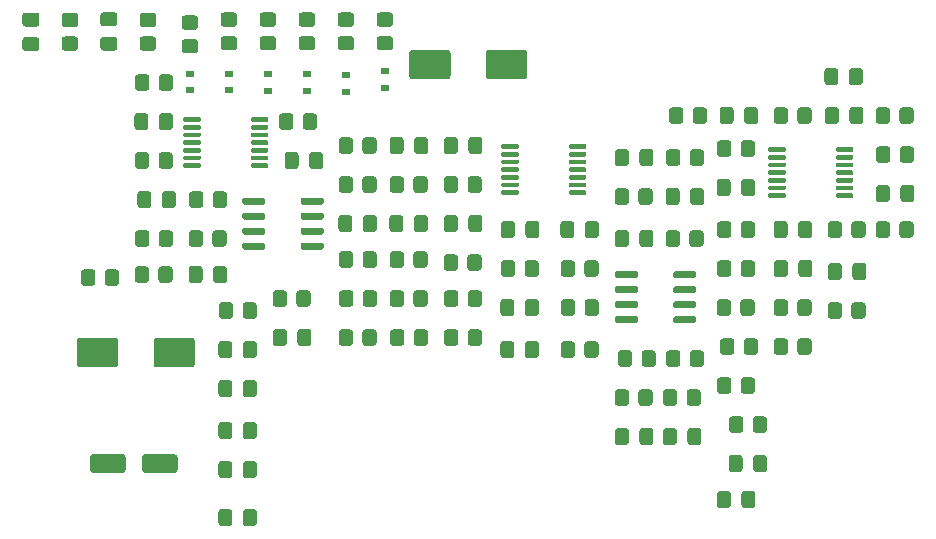
<source format=gbr>
%TF.GenerationSoftware,KiCad,Pcbnew,(5.1.7)-1*%
%TF.CreationDate,2020-12-20T22:11:26+02:00*%
%TF.ProjectId,SOUNDBOX,534f554e-4442-44f5-982e-6b696361645f,rev?*%
%TF.SameCoordinates,Original*%
%TF.FileFunction,Paste,Bot*%
%TF.FilePolarity,Positive*%
%FSLAX46Y46*%
G04 Gerber Fmt 4.6, Leading zero omitted, Abs format (unit mm)*
G04 Created by KiCad (PCBNEW (5.1.7)-1) date 2020-12-20 22:11:26*
%MOMM*%
%LPD*%
G01*
G04 APERTURE LIST*
%ADD10R,0.700000X0.600000*%
G04 APERTURE END LIST*
%TO.C,R1*%
G36*
G01*
X112462000Y-147770001D02*
X112462000Y-146869999D01*
G75*
G02*
X112711999Y-146620000I249999J0D01*
G01*
X113412001Y-146620000D01*
G75*
G02*
X113662000Y-146869999I0J-249999D01*
G01*
X113662000Y-147770001D01*
G75*
G02*
X113412001Y-148020000I-249999J0D01*
G01*
X112711999Y-148020000D01*
G75*
G02*
X112462000Y-147770001I0J249999D01*
G01*
G37*
G36*
G01*
X114462000Y-147770001D02*
X114462000Y-146869999D01*
G75*
G02*
X114711999Y-146620000I249999J0D01*
G01*
X115412001Y-146620000D01*
G75*
G02*
X115662000Y-146869999I0J-249999D01*
G01*
X115662000Y-147770001D01*
G75*
G02*
X115412001Y-148020000I-249999J0D01*
G01*
X114711999Y-148020000D01*
G75*
G02*
X114462000Y-147770001I0J249999D01*
G01*
G37*
%TD*%
%TO.C,R28*%
G36*
G01*
X112646000Y-133661999D02*
X112646000Y-134562001D01*
G75*
G02*
X112396001Y-134812000I-249999J0D01*
G01*
X111695999Y-134812000D01*
G75*
G02*
X111446000Y-134562001I0J249999D01*
G01*
X111446000Y-133661999D01*
G75*
G02*
X111695999Y-133412000I249999J0D01*
G01*
X112396001Y-133412000D01*
G75*
G02*
X112646000Y-133661999I0J-249999D01*
G01*
G37*
G36*
G01*
X114646000Y-133661999D02*
X114646000Y-134562001D01*
G75*
G02*
X114396001Y-134812000I-249999J0D01*
G01*
X113695999Y-134812000D01*
G75*
G02*
X113446000Y-134562001I0J249999D01*
G01*
X113446000Y-133661999D01*
G75*
G02*
X113695999Y-133412000I249999J0D01*
G01*
X114396001Y-133412000D01*
G75*
G02*
X114646000Y-133661999I0J-249999D01*
G01*
G37*
%TD*%
%TO.C,C32*%
G36*
G01*
X104865500Y-148811000D02*
X104865500Y-147861000D01*
G75*
G02*
X105115500Y-147611000I250000J0D01*
G01*
X105790500Y-147611000D01*
G75*
G02*
X106040500Y-147861000I0J-250000D01*
G01*
X106040500Y-148811000D01*
G75*
G02*
X105790500Y-149061000I-250000J0D01*
G01*
X105115500Y-149061000D01*
G75*
G02*
X104865500Y-148811000I0J250000D01*
G01*
G37*
G36*
G01*
X102790500Y-148811000D02*
X102790500Y-147861000D01*
G75*
G02*
X103040500Y-147611000I250000J0D01*
G01*
X103715500Y-147611000D01*
G75*
G02*
X103965500Y-147861000I0J-250000D01*
G01*
X103965500Y-148811000D01*
G75*
G02*
X103715500Y-149061000I-250000J0D01*
G01*
X103040500Y-149061000D01*
G75*
G02*
X102790500Y-148811000I0J250000D01*
G01*
G37*
%TD*%
%TO.C,C3*%
G36*
G01*
X93095500Y-137889000D02*
X93095500Y-136939000D01*
G75*
G02*
X93345500Y-136689000I250000J0D01*
G01*
X94020500Y-136689000D01*
G75*
G02*
X94270500Y-136939000I0J-250000D01*
G01*
X94270500Y-137889000D01*
G75*
G02*
X94020500Y-138139000I-250000J0D01*
G01*
X93345500Y-138139000D01*
G75*
G02*
X93095500Y-137889000I0J250000D01*
G01*
G37*
G36*
G01*
X95170500Y-137889000D02*
X95170500Y-136939000D01*
G75*
G02*
X95420500Y-136689000I250000J0D01*
G01*
X96095500Y-136689000D01*
G75*
G02*
X96345500Y-136939000I0J-250000D01*
G01*
X96345500Y-137889000D01*
G75*
G02*
X96095500Y-138139000I-250000J0D01*
G01*
X95420500Y-138139000D01*
G75*
G02*
X95170500Y-137889000I0J250000D01*
G01*
G37*
%TD*%
%TO.C,U2*%
G36*
G01*
X93174000Y-127780000D02*
X93174000Y-127580000D01*
G75*
G02*
X93274000Y-127480000I100000J0D01*
G01*
X94549000Y-127480000D01*
G75*
G02*
X94649000Y-127580000I0J-100000D01*
G01*
X94649000Y-127780000D01*
G75*
G02*
X94549000Y-127880000I-100000J0D01*
G01*
X93274000Y-127880000D01*
G75*
G02*
X93174000Y-127780000I0J100000D01*
G01*
G37*
G36*
G01*
X93174000Y-127130000D02*
X93174000Y-126930000D01*
G75*
G02*
X93274000Y-126830000I100000J0D01*
G01*
X94549000Y-126830000D01*
G75*
G02*
X94649000Y-126930000I0J-100000D01*
G01*
X94649000Y-127130000D01*
G75*
G02*
X94549000Y-127230000I-100000J0D01*
G01*
X93274000Y-127230000D01*
G75*
G02*
X93174000Y-127130000I0J100000D01*
G01*
G37*
G36*
G01*
X93174000Y-126480000D02*
X93174000Y-126280000D01*
G75*
G02*
X93274000Y-126180000I100000J0D01*
G01*
X94549000Y-126180000D01*
G75*
G02*
X94649000Y-126280000I0J-100000D01*
G01*
X94649000Y-126480000D01*
G75*
G02*
X94549000Y-126580000I-100000J0D01*
G01*
X93274000Y-126580000D01*
G75*
G02*
X93174000Y-126480000I0J100000D01*
G01*
G37*
G36*
G01*
X93174000Y-125830000D02*
X93174000Y-125630000D01*
G75*
G02*
X93274000Y-125530000I100000J0D01*
G01*
X94549000Y-125530000D01*
G75*
G02*
X94649000Y-125630000I0J-100000D01*
G01*
X94649000Y-125830000D01*
G75*
G02*
X94549000Y-125930000I-100000J0D01*
G01*
X93274000Y-125930000D01*
G75*
G02*
X93174000Y-125830000I0J100000D01*
G01*
G37*
G36*
G01*
X93174000Y-125180000D02*
X93174000Y-124980000D01*
G75*
G02*
X93274000Y-124880000I100000J0D01*
G01*
X94549000Y-124880000D01*
G75*
G02*
X94649000Y-124980000I0J-100000D01*
G01*
X94649000Y-125180000D01*
G75*
G02*
X94549000Y-125280000I-100000J0D01*
G01*
X93274000Y-125280000D01*
G75*
G02*
X93174000Y-125180000I0J100000D01*
G01*
G37*
G36*
G01*
X93174000Y-124530000D02*
X93174000Y-124330000D01*
G75*
G02*
X93274000Y-124230000I100000J0D01*
G01*
X94549000Y-124230000D01*
G75*
G02*
X94649000Y-124330000I0J-100000D01*
G01*
X94649000Y-124530000D01*
G75*
G02*
X94549000Y-124630000I-100000J0D01*
G01*
X93274000Y-124630000D01*
G75*
G02*
X93174000Y-124530000I0J100000D01*
G01*
G37*
G36*
G01*
X93174000Y-123880000D02*
X93174000Y-123680000D01*
G75*
G02*
X93274000Y-123580000I100000J0D01*
G01*
X94549000Y-123580000D01*
G75*
G02*
X94649000Y-123680000I0J-100000D01*
G01*
X94649000Y-123880000D01*
G75*
G02*
X94549000Y-123980000I-100000J0D01*
G01*
X93274000Y-123980000D01*
G75*
G02*
X93174000Y-123880000I0J100000D01*
G01*
G37*
G36*
G01*
X98899000Y-123880000D02*
X98899000Y-123680000D01*
G75*
G02*
X98999000Y-123580000I100000J0D01*
G01*
X100274000Y-123580000D01*
G75*
G02*
X100374000Y-123680000I0J-100000D01*
G01*
X100374000Y-123880000D01*
G75*
G02*
X100274000Y-123980000I-100000J0D01*
G01*
X98999000Y-123980000D01*
G75*
G02*
X98899000Y-123880000I0J100000D01*
G01*
G37*
G36*
G01*
X98899000Y-124530000D02*
X98899000Y-124330000D01*
G75*
G02*
X98999000Y-124230000I100000J0D01*
G01*
X100274000Y-124230000D01*
G75*
G02*
X100374000Y-124330000I0J-100000D01*
G01*
X100374000Y-124530000D01*
G75*
G02*
X100274000Y-124630000I-100000J0D01*
G01*
X98999000Y-124630000D01*
G75*
G02*
X98899000Y-124530000I0J100000D01*
G01*
G37*
G36*
G01*
X98899000Y-125180000D02*
X98899000Y-124980000D01*
G75*
G02*
X98999000Y-124880000I100000J0D01*
G01*
X100274000Y-124880000D01*
G75*
G02*
X100374000Y-124980000I0J-100000D01*
G01*
X100374000Y-125180000D01*
G75*
G02*
X100274000Y-125280000I-100000J0D01*
G01*
X98999000Y-125280000D01*
G75*
G02*
X98899000Y-125180000I0J100000D01*
G01*
G37*
G36*
G01*
X98899000Y-125830000D02*
X98899000Y-125630000D01*
G75*
G02*
X98999000Y-125530000I100000J0D01*
G01*
X100274000Y-125530000D01*
G75*
G02*
X100374000Y-125630000I0J-100000D01*
G01*
X100374000Y-125830000D01*
G75*
G02*
X100274000Y-125930000I-100000J0D01*
G01*
X98999000Y-125930000D01*
G75*
G02*
X98899000Y-125830000I0J100000D01*
G01*
G37*
G36*
G01*
X98899000Y-126480000D02*
X98899000Y-126280000D01*
G75*
G02*
X98999000Y-126180000I100000J0D01*
G01*
X100274000Y-126180000D01*
G75*
G02*
X100374000Y-126280000I0J-100000D01*
G01*
X100374000Y-126480000D01*
G75*
G02*
X100274000Y-126580000I-100000J0D01*
G01*
X98999000Y-126580000D01*
G75*
G02*
X98899000Y-126480000I0J100000D01*
G01*
G37*
G36*
G01*
X98899000Y-127130000D02*
X98899000Y-126930000D01*
G75*
G02*
X98999000Y-126830000I100000J0D01*
G01*
X100274000Y-126830000D01*
G75*
G02*
X100374000Y-126930000I0J-100000D01*
G01*
X100374000Y-127130000D01*
G75*
G02*
X100274000Y-127230000I-100000J0D01*
G01*
X98999000Y-127230000D01*
G75*
G02*
X98899000Y-127130000I0J100000D01*
G01*
G37*
G36*
G01*
X98899000Y-127780000D02*
X98899000Y-127580000D01*
G75*
G02*
X98999000Y-127480000I100000J0D01*
G01*
X100274000Y-127480000D01*
G75*
G02*
X100374000Y-127580000I0J-100000D01*
G01*
X100374000Y-127780000D01*
G75*
G02*
X100274000Y-127880000I-100000J0D01*
G01*
X98999000Y-127880000D01*
G75*
G02*
X98899000Y-127780000I0J100000D01*
G01*
G37*
%TD*%
%TO.C,C33*%
G36*
G01*
X69219500Y-151605000D02*
X69219500Y-150655000D01*
G75*
G02*
X69469500Y-150405000I250000J0D01*
G01*
X70144500Y-150405000D01*
G75*
G02*
X70394500Y-150655000I0J-250000D01*
G01*
X70394500Y-151605000D01*
G75*
G02*
X70144500Y-151855000I-250000J0D01*
G01*
X69469500Y-151855000D01*
G75*
G02*
X69219500Y-151605000I0J250000D01*
G01*
G37*
G36*
G01*
X71294500Y-151605000D02*
X71294500Y-150655000D01*
G75*
G02*
X71544500Y-150405000I250000J0D01*
G01*
X72219500Y-150405000D01*
G75*
G02*
X72469500Y-150655000I0J-250000D01*
G01*
X72469500Y-151605000D01*
G75*
G02*
X72219500Y-151855000I-250000J0D01*
G01*
X71544500Y-151855000D01*
G75*
G02*
X71294500Y-151605000I0J250000D01*
G01*
G37*
%TD*%
%TO.C,U3*%
G36*
G01*
X66250000Y-125494000D02*
X66250000Y-125294000D01*
G75*
G02*
X66350000Y-125194000I100000J0D01*
G01*
X67625000Y-125194000D01*
G75*
G02*
X67725000Y-125294000I0J-100000D01*
G01*
X67725000Y-125494000D01*
G75*
G02*
X67625000Y-125594000I-100000J0D01*
G01*
X66350000Y-125594000D01*
G75*
G02*
X66250000Y-125494000I0J100000D01*
G01*
G37*
G36*
G01*
X66250000Y-124844000D02*
X66250000Y-124644000D01*
G75*
G02*
X66350000Y-124544000I100000J0D01*
G01*
X67625000Y-124544000D01*
G75*
G02*
X67725000Y-124644000I0J-100000D01*
G01*
X67725000Y-124844000D01*
G75*
G02*
X67625000Y-124944000I-100000J0D01*
G01*
X66350000Y-124944000D01*
G75*
G02*
X66250000Y-124844000I0J100000D01*
G01*
G37*
G36*
G01*
X66250000Y-124194000D02*
X66250000Y-123994000D01*
G75*
G02*
X66350000Y-123894000I100000J0D01*
G01*
X67625000Y-123894000D01*
G75*
G02*
X67725000Y-123994000I0J-100000D01*
G01*
X67725000Y-124194000D01*
G75*
G02*
X67625000Y-124294000I-100000J0D01*
G01*
X66350000Y-124294000D01*
G75*
G02*
X66250000Y-124194000I0J100000D01*
G01*
G37*
G36*
G01*
X66250000Y-123544000D02*
X66250000Y-123344000D01*
G75*
G02*
X66350000Y-123244000I100000J0D01*
G01*
X67625000Y-123244000D01*
G75*
G02*
X67725000Y-123344000I0J-100000D01*
G01*
X67725000Y-123544000D01*
G75*
G02*
X67625000Y-123644000I-100000J0D01*
G01*
X66350000Y-123644000D01*
G75*
G02*
X66250000Y-123544000I0J100000D01*
G01*
G37*
G36*
G01*
X66250000Y-122894000D02*
X66250000Y-122694000D01*
G75*
G02*
X66350000Y-122594000I100000J0D01*
G01*
X67625000Y-122594000D01*
G75*
G02*
X67725000Y-122694000I0J-100000D01*
G01*
X67725000Y-122894000D01*
G75*
G02*
X67625000Y-122994000I-100000J0D01*
G01*
X66350000Y-122994000D01*
G75*
G02*
X66250000Y-122894000I0J100000D01*
G01*
G37*
G36*
G01*
X66250000Y-122244000D02*
X66250000Y-122044000D01*
G75*
G02*
X66350000Y-121944000I100000J0D01*
G01*
X67625000Y-121944000D01*
G75*
G02*
X67725000Y-122044000I0J-100000D01*
G01*
X67725000Y-122244000D01*
G75*
G02*
X67625000Y-122344000I-100000J0D01*
G01*
X66350000Y-122344000D01*
G75*
G02*
X66250000Y-122244000I0J100000D01*
G01*
G37*
G36*
G01*
X66250000Y-121594000D02*
X66250000Y-121394000D01*
G75*
G02*
X66350000Y-121294000I100000J0D01*
G01*
X67625000Y-121294000D01*
G75*
G02*
X67725000Y-121394000I0J-100000D01*
G01*
X67725000Y-121594000D01*
G75*
G02*
X67625000Y-121694000I-100000J0D01*
G01*
X66350000Y-121694000D01*
G75*
G02*
X66250000Y-121594000I0J100000D01*
G01*
G37*
G36*
G01*
X71975000Y-121594000D02*
X71975000Y-121394000D01*
G75*
G02*
X72075000Y-121294000I100000J0D01*
G01*
X73350000Y-121294000D01*
G75*
G02*
X73450000Y-121394000I0J-100000D01*
G01*
X73450000Y-121594000D01*
G75*
G02*
X73350000Y-121694000I-100000J0D01*
G01*
X72075000Y-121694000D01*
G75*
G02*
X71975000Y-121594000I0J100000D01*
G01*
G37*
G36*
G01*
X71975000Y-122244000D02*
X71975000Y-122044000D01*
G75*
G02*
X72075000Y-121944000I100000J0D01*
G01*
X73350000Y-121944000D01*
G75*
G02*
X73450000Y-122044000I0J-100000D01*
G01*
X73450000Y-122244000D01*
G75*
G02*
X73350000Y-122344000I-100000J0D01*
G01*
X72075000Y-122344000D01*
G75*
G02*
X71975000Y-122244000I0J100000D01*
G01*
G37*
G36*
G01*
X71975000Y-122894000D02*
X71975000Y-122694000D01*
G75*
G02*
X72075000Y-122594000I100000J0D01*
G01*
X73350000Y-122594000D01*
G75*
G02*
X73450000Y-122694000I0J-100000D01*
G01*
X73450000Y-122894000D01*
G75*
G02*
X73350000Y-122994000I-100000J0D01*
G01*
X72075000Y-122994000D01*
G75*
G02*
X71975000Y-122894000I0J100000D01*
G01*
G37*
G36*
G01*
X71975000Y-123544000D02*
X71975000Y-123344000D01*
G75*
G02*
X72075000Y-123244000I100000J0D01*
G01*
X73350000Y-123244000D01*
G75*
G02*
X73450000Y-123344000I0J-100000D01*
G01*
X73450000Y-123544000D01*
G75*
G02*
X73350000Y-123644000I-100000J0D01*
G01*
X72075000Y-123644000D01*
G75*
G02*
X71975000Y-123544000I0J100000D01*
G01*
G37*
G36*
G01*
X71975000Y-124194000D02*
X71975000Y-123994000D01*
G75*
G02*
X72075000Y-123894000I100000J0D01*
G01*
X73350000Y-123894000D01*
G75*
G02*
X73450000Y-123994000I0J-100000D01*
G01*
X73450000Y-124194000D01*
G75*
G02*
X73350000Y-124294000I-100000J0D01*
G01*
X72075000Y-124294000D01*
G75*
G02*
X71975000Y-124194000I0J100000D01*
G01*
G37*
G36*
G01*
X71975000Y-124844000D02*
X71975000Y-124644000D01*
G75*
G02*
X72075000Y-124544000I100000J0D01*
G01*
X73350000Y-124544000D01*
G75*
G02*
X73450000Y-124644000I0J-100000D01*
G01*
X73450000Y-124844000D01*
G75*
G02*
X73350000Y-124944000I-100000J0D01*
G01*
X72075000Y-124944000D01*
G75*
G02*
X71975000Y-124844000I0J100000D01*
G01*
G37*
G36*
G01*
X71975000Y-125494000D02*
X71975000Y-125294000D01*
G75*
G02*
X72075000Y-125194000I100000J0D01*
G01*
X73350000Y-125194000D01*
G75*
G02*
X73450000Y-125294000I0J-100000D01*
G01*
X73450000Y-125494000D01*
G75*
G02*
X73350000Y-125594000I-100000J0D01*
G01*
X72075000Y-125594000D01*
G75*
G02*
X71975000Y-125494000I0J100000D01*
G01*
G37*
%TD*%
%TO.C,C30*%
G36*
G01*
X85372000Y-117840000D02*
X85372000Y-115840000D01*
G75*
G02*
X85622000Y-115590000I250000J0D01*
G01*
X88622000Y-115590000D01*
G75*
G02*
X88872000Y-115840000I0J-250000D01*
G01*
X88872000Y-117840000D01*
G75*
G02*
X88622000Y-118090000I-250000J0D01*
G01*
X85622000Y-118090000D01*
G75*
G02*
X85372000Y-117840000I0J250000D01*
G01*
G37*
G36*
G01*
X91872000Y-117840000D02*
X91872000Y-115840000D01*
G75*
G02*
X92122000Y-115590000I250000J0D01*
G01*
X95122000Y-115590000D01*
G75*
G02*
X95372000Y-115840000I0J-250000D01*
G01*
X95372000Y-117840000D01*
G75*
G02*
X95122000Y-118090000I-250000J0D01*
G01*
X92122000Y-118090000D01*
G75*
G02*
X91872000Y-117840000I0J250000D01*
G01*
G37*
%TD*%
%TO.C,U4*%
G36*
G01*
X121505000Y-128034000D02*
X121505000Y-127834000D01*
G75*
G02*
X121605000Y-127734000I100000J0D01*
G01*
X122880000Y-127734000D01*
G75*
G02*
X122980000Y-127834000I0J-100000D01*
G01*
X122980000Y-128034000D01*
G75*
G02*
X122880000Y-128134000I-100000J0D01*
G01*
X121605000Y-128134000D01*
G75*
G02*
X121505000Y-128034000I0J100000D01*
G01*
G37*
G36*
G01*
X121505000Y-127384000D02*
X121505000Y-127184000D01*
G75*
G02*
X121605000Y-127084000I100000J0D01*
G01*
X122880000Y-127084000D01*
G75*
G02*
X122980000Y-127184000I0J-100000D01*
G01*
X122980000Y-127384000D01*
G75*
G02*
X122880000Y-127484000I-100000J0D01*
G01*
X121605000Y-127484000D01*
G75*
G02*
X121505000Y-127384000I0J100000D01*
G01*
G37*
G36*
G01*
X121505000Y-126734000D02*
X121505000Y-126534000D01*
G75*
G02*
X121605000Y-126434000I100000J0D01*
G01*
X122880000Y-126434000D01*
G75*
G02*
X122980000Y-126534000I0J-100000D01*
G01*
X122980000Y-126734000D01*
G75*
G02*
X122880000Y-126834000I-100000J0D01*
G01*
X121605000Y-126834000D01*
G75*
G02*
X121505000Y-126734000I0J100000D01*
G01*
G37*
G36*
G01*
X121505000Y-126084000D02*
X121505000Y-125884000D01*
G75*
G02*
X121605000Y-125784000I100000J0D01*
G01*
X122880000Y-125784000D01*
G75*
G02*
X122980000Y-125884000I0J-100000D01*
G01*
X122980000Y-126084000D01*
G75*
G02*
X122880000Y-126184000I-100000J0D01*
G01*
X121605000Y-126184000D01*
G75*
G02*
X121505000Y-126084000I0J100000D01*
G01*
G37*
G36*
G01*
X121505000Y-125434000D02*
X121505000Y-125234000D01*
G75*
G02*
X121605000Y-125134000I100000J0D01*
G01*
X122880000Y-125134000D01*
G75*
G02*
X122980000Y-125234000I0J-100000D01*
G01*
X122980000Y-125434000D01*
G75*
G02*
X122880000Y-125534000I-100000J0D01*
G01*
X121605000Y-125534000D01*
G75*
G02*
X121505000Y-125434000I0J100000D01*
G01*
G37*
G36*
G01*
X121505000Y-124784000D02*
X121505000Y-124584000D01*
G75*
G02*
X121605000Y-124484000I100000J0D01*
G01*
X122880000Y-124484000D01*
G75*
G02*
X122980000Y-124584000I0J-100000D01*
G01*
X122980000Y-124784000D01*
G75*
G02*
X122880000Y-124884000I-100000J0D01*
G01*
X121605000Y-124884000D01*
G75*
G02*
X121505000Y-124784000I0J100000D01*
G01*
G37*
G36*
G01*
X121505000Y-124134000D02*
X121505000Y-123934000D01*
G75*
G02*
X121605000Y-123834000I100000J0D01*
G01*
X122880000Y-123834000D01*
G75*
G02*
X122980000Y-123934000I0J-100000D01*
G01*
X122980000Y-124134000D01*
G75*
G02*
X122880000Y-124234000I-100000J0D01*
G01*
X121605000Y-124234000D01*
G75*
G02*
X121505000Y-124134000I0J100000D01*
G01*
G37*
G36*
G01*
X115780000Y-124134000D02*
X115780000Y-123934000D01*
G75*
G02*
X115880000Y-123834000I100000J0D01*
G01*
X117155000Y-123834000D01*
G75*
G02*
X117255000Y-123934000I0J-100000D01*
G01*
X117255000Y-124134000D01*
G75*
G02*
X117155000Y-124234000I-100000J0D01*
G01*
X115880000Y-124234000D01*
G75*
G02*
X115780000Y-124134000I0J100000D01*
G01*
G37*
G36*
G01*
X115780000Y-124784000D02*
X115780000Y-124584000D01*
G75*
G02*
X115880000Y-124484000I100000J0D01*
G01*
X117155000Y-124484000D01*
G75*
G02*
X117255000Y-124584000I0J-100000D01*
G01*
X117255000Y-124784000D01*
G75*
G02*
X117155000Y-124884000I-100000J0D01*
G01*
X115880000Y-124884000D01*
G75*
G02*
X115780000Y-124784000I0J100000D01*
G01*
G37*
G36*
G01*
X115780000Y-125434000D02*
X115780000Y-125234000D01*
G75*
G02*
X115880000Y-125134000I100000J0D01*
G01*
X117155000Y-125134000D01*
G75*
G02*
X117255000Y-125234000I0J-100000D01*
G01*
X117255000Y-125434000D01*
G75*
G02*
X117155000Y-125534000I-100000J0D01*
G01*
X115880000Y-125534000D01*
G75*
G02*
X115780000Y-125434000I0J100000D01*
G01*
G37*
G36*
G01*
X115780000Y-126084000D02*
X115780000Y-125884000D01*
G75*
G02*
X115880000Y-125784000I100000J0D01*
G01*
X117155000Y-125784000D01*
G75*
G02*
X117255000Y-125884000I0J-100000D01*
G01*
X117255000Y-126084000D01*
G75*
G02*
X117155000Y-126184000I-100000J0D01*
G01*
X115880000Y-126184000D01*
G75*
G02*
X115780000Y-126084000I0J100000D01*
G01*
G37*
G36*
G01*
X115780000Y-126734000D02*
X115780000Y-126534000D01*
G75*
G02*
X115880000Y-126434000I100000J0D01*
G01*
X117155000Y-126434000D01*
G75*
G02*
X117255000Y-126534000I0J-100000D01*
G01*
X117255000Y-126734000D01*
G75*
G02*
X117155000Y-126834000I-100000J0D01*
G01*
X115880000Y-126834000D01*
G75*
G02*
X115780000Y-126734000I0J100000D01*
G01*
G37*
G36*
G01*
X115780000Y-127384000D02*
X115780000Y-127184000D01*
G75*
G02*
X115880000Y-127084000I100000J0D01*
G01*
X117155000Y-127084000D01*
G75*
G02*
X117255000Y-127184000I0J-100000D01*
G01*
X117255000Y-127384000D01*
G75*
G02*
X117155000Y-127484000I-100000J0D01*
G01*
X115880000Y-127484000D01*
G75*
G02*
X115780000Y-127384000I0J100000D01*
G01*
G37*
G36*
G01*
X115780000Y-128034000D02*
X115780000Y-127834000D01*
G75*
G02*
X115880000Y-127734000I100000J0D01*
G01*
X117155000Y-127734000D01*
G75*
G02*
X117255000Y-127834000I0J-100000D01*
G01*
X117255000Y-128034000D01*
G75*
G02*
X117155000Y-128134000I-100000J0D01*
G01*
X115880000Y-128134000D01*
G75*
G02*
X115780000Y-128034000I0J100000D01*
G01*
G37*
%TD*%
%TO.C,R18*%
G36*
G01*
X86928000Y-132899999D02*
X86928000Y-133800001D01*
G75*
G02*
X86678001Y-134050000I-249999J0D01*
G01*
X85977999Y-134050000D01*
G75*
G02*
X85728000Y-133800001I0J249999D01*
G01*
X85728000Y-132899999D01*
G75*
G02*
X85977999Y-132650000I249999J0D01*
G01*
X86678001Y-132650000D01*
G75*
G02*
X86928000Y-132899999I0J-249999D01*
G01*
G37*
G36*
G01*
X84928000Y-132899999D02*
X84928000Y-133800001D01*
G75*
G02*
X84678001Y-134050000I-249999J0D01*
G01*
X83977999Y-134050000D01*
G75*
G02*
X83728000Y-133800001I0J249999D01*
G01*
X83728000Y-132899999D01*
G75*
G02*
X83977999Y-132650000I249999J0D01*
G01*
X84678001Y-132650000D01*
G75*
G02*
X84928000Y-132899999I0J-249999D01*
G01*
G37*
%TD*%
%TO.C,C1*%
G36*
G01*
X70394500Y-140495000D02*
X70394500Y-141445000D01*
G75*
G02*
X70144500Y-141695000I-250000J0D01*
G01*
X69469500Y-141695000D01*
G75*
G02*
X69219500Y-141445000I0J250000D01*
G01*
X69219500Y-140495000D01*
G75*
G02*
X69469500Y-140245000I250000J0D01*
G01*
X70144500Y-140245000D01*
G75*
G02*
X70394500Y-140495000I0J-250000D01*
G01*
G37*
G36*
G01*
X72469500Y-140495000D02*
X72469500Y-141445000D01*
G75*
G02*
X72219500Y-141695000I-250000J0D01*
G01*
X71544500Y-141695000D01*
G75*
G02*
X71294500Y-141445000I0J250000D01*
G01*
X71294500Y-140495000D01*
G75*
G02*
X71544500Y-140245000I250000J0D01*
G01*
X72219500Y-140245000D01*
G75*
G02*
X72469500Y-140495000I0J-250000D01*
G01*
G37*
%TD*%
%TO.C,C2*%
G36*
G01*
X116231000Y-131285000D02*
X116231000Y-130335000D01*
G75*
G02*
X116481000Y-130085000I250000J0D01*
G01*
X117156000Y-130085000D01*
G75*
G02*
X117406000Y-130335000I0J-250000D01*
G01*
X117406000Y-131285000D01*
G75*
G02*
X117156000Y-131535000I-250000J0D01*
G01*
X116481000Y-131535000D01*
G75*
G02*
X116231000Y-131285000I0J250000D01*
G01*
G37*
G36*
G01*
X118306000Y-131285000D02*
X118306000Y-130335000D01*
G75*
G02*
X118556000Y-130085000I250000J0D01*
G01*
X119231000Y-130085000D01*
G75*
G02*
X119481000Y-130335000I0J-250000D01*
G01*
X119481000Y-131285000D01*
G75*
G02*
X119231000Y-131535000I-250000J0D01*
G01*
X118556000Y-131535000D01*
G75*
G02*
X118306000Y-131285000I0J250000D01*
G01*
G37*
%TD*%
%TO.C,C4*%
G36*
G01*
X64436500Y-128745000D02*
X64436500Y-127795000D01*
G75*
G02*
X64686500Y-127545000I250000J0D01*
G01*
X65361500Y-127545000D01*
G75*
G02*
X65611500Y-127795000I0J-250000D01*
G01*
X65611500Y-128745000D01*
G75*
G02*
X65361500Y-128995000I-250000J0D01*
G01*
X64686500Y-128995000D01*
G75*
G02*
X64436500Y-128745000I0J250000D01*
G01*
G37*
G36*
G01*
X62361500Y-128745000D02*
X62361500Y-127795000D01*
G75*
G02*
X62611500Y-127545000I250000J0D01*
G01*
X63286500Y-127545000D01*
G75*
G02*
X63536500Y-127795000I0J-250000D01*
G01*
X63536500Y-128745000D01*
G75*
G02*
X63286500Y-128995000I-250000J0D01*
G01*
X62611500Y-128995000D01*
G75*
G02*
X62361500Y-128745000I0J250000D01*
G01*
G37*
%TD*%
%TO.C,C5*%
G36*
G01*
X124888500Y-128237000D02*
X124888500Y-127287000D01*
G75*
G02*
X125138500Y-127037000I250000J0D01*
G01*
X125813500Y-127037000D01*
G75*
G02*
X126063500Y-127287000I0J-250000D01*
G01*
X126063500Y-128237000D01*
G75*
G02*
X125813500Y-128487000I-250000J0D01*
G01*
X125138500Y-128487000D01*
G75*
G02*
X124888500Y-128237000I0J250000D01*
G01*
G37*
G36*
G01*
X126963500Y-128237000D02*
X126963500Y-127287000D01*
G75*
G02*
X127213500Y-127037000I250000J0D01*
G01*
X127888500Y-127037000D01*
G75*
G02*
X128138500Y-127287000I0J-250000D01*
G01*
X128138500Y-128237000D01*
G75*
G02*
X127888500Y-128487000I-250000J0D01*
G01*
X127213500Y-128487000D01*
G75*
G02*
X126963500Y-128237000I0J250000D01*
G01*
G37*
%TD*%
%TO.C,C6*%
G36*
G01*
X106040500Y-131097000D02*
X106040500Y-132047000D01*
G75*
G02*
X105790500Y-132297000I-250000J0D01*
G01*
X105115500Y-132297000D01*
G75*
G02*
X104865500Y-132047000I0J250000D01*
G01*
X104865500Y-131097000D01*
G75*
G02*
X105115500Y-130847000I250000J0D01*
G01*
X105790500Y-130847000D01*
G75*
G02*
X106040500Y-131097000I0J-250000D01*
G01*
G37*
G36*
G01*
X103965500Y-131097000D02*
X103965500Y-132047000D01*
G75*
G02*
X103715500Y-132297000I-250000J0D01*
G01*
X103040500Y-132297000D01*
G75*
G02*
X102790500Y-132047000I0J250000D01*
G01*
X102790500Y-131097000D01*
G75*
G02*
X103040500Y-130847000I250000J0D01*
G01*
X103715500Y-130847000D01*
G75*
G02*
X103965500Y-131097000I0J-250000D01*
G01*
G37*
%TD*%
%TO.C,C7*%
G36*
G01*
X84872500Y-129827000D02*
X84872500Y-130777000D01*
G75*
G02*
X84622500Y-131027000I-250000J0D01*
G01*
X83947500Y-131027000D01*
G75*
G02*
X83697500Y-130777000I0J250000D01*
G01*
X83697500Y-129827000D01*
G75*
G02*
X83947500Y-129577000I250000J0D01*
G01*
X84622500Y-129577000D01*
G75*
G02*
X84872500Y-129827000I0J-250000D01*
G01*
G37*
G36*
G01*
X86947500Y-129827000D02*
X86947500Y-130777000D01*
G75*
G02*
X86697500Y-131027000I-250000J0D01*
G01*
X86022500Y-131027000D01*
G75*
G02*
X85772500Y-130777000I0J250000D01*
G01*
X85772500Y-129827000D01*
G75*
G02*
X86022500Y-129577000I250000J0D01*
G01*
X86697500Y-129577000D01*
G75*
G02*
X86947500Y-129827000I0J-250000D01*
G01*
G37*
%TD*%
%TO.C,C8*%
G36*
G01*
X118327500Y-134587000D02*
X118327500Y-133637000D01*
G75*
G02*
X118577500Y-133387000I250000J0D01*
G01*
X119252500Y-133387000D01*
G75*
G02*
X119502500Y-133637000I0J-250000D01*
G01*
X119502500Y-134587000D01*
G75*
G02*
X119252500Y-134837000I-250000J0D01*
G01*
X118577500Y-134837000D01*
G75*
G02*
X118327500Y-134587000I0J250000D01*
G01*
G37*
G36*
G01*
X116252500Y-134587000D02*
X116252500Y-133637000D01*
G75*
G02*
X116502500Y-133387000I250000J0D01*
G01*
X117177500Y-133387000D01*
G75*
G02*
X117427500Y-133637000I0J-250000D01*
G01*
X117427500Y-134587000D01*
G75*
G02*
X117177500Y-134837000I-250000J0D01*
G01*
X116502500Y-134837000D01*
G75*
G02*
X116252500Y-134587000I0J250000D01*
G01*
G37*
%TD*%
%TO.C,C9*%
G36*
G01*
X93138500Y-131285000D02*
X93138500Y-130335000D01*
G75*
G02*
X93388500Y-130085000I250000J0D01*
G01*
X94063500Y-130085000D01*
G75*
G02*
X94313500Y-130335000I0J-250000D01*
G01*
X94313500Y-131285000D01*
G75*
G02*
X94063500Y-131535000I-250000J0D01*
G01*
X93388500Y-131535000D01*
G75*
G02*
X93138500Y-131285000I0J250000D01*
G01*
G37*
G36*
G01*
X95213500Y-131285000D02*
X95213500Y-130335000D01*
G75*
G02*
X95463500Y-130085000I250000J0D01*
G01*
X96138500Y-130085000D01*
G75*
G02*
X96388500Y-130335000I0J-250000D01*
G01*
X96388500Y-131285000D01*
G75*
G02*
X96138500Y-131535000I-250000J0D01*
G01*
X95463500Y-131535000D01*
G75*
G02*
X95213500Y-131285000I0J250000D01*
G01*
G37*
%TD*%
%TO.C,C10*%
G36*
G01*
X69951000Y-134145000D02*
X69951000Y-135095000D01*
G75*
G02*
X69701000Y-135345000I-250000J0D01*
G01*
X69026000Y-135345000D01*
G75*
G02*
X68776000Y-135095000I0J250000D01*
G01*
X68776000Y-134145000D01*
G75*
G02*
X69026000Y-133895000I250000J0D01*
G01*
X69701000Y-133895000D01*
G75*
G02*
X69951000Y-134145000I0J-250000D01*
G01*
G37*
G36*
G01*
X67876000Y-134145000D02*
X67876000Y-135095000D01*
G75*
G02*
X67626000Y-135345000I-250000J0D01*
G01*
X66951000Y-135345000D01*
G75*
G02*
X66701000Y-135095000I0J250000D01*
G01*
X66701000Y-134145000D01*
G75*
G02*
X66951000Y-133895000I250000J0D01*
G01*
X67626000Y-133895000D01*
G75*
G02*
X67876000Y-134145000I0J-250000D01*
G01*
G37*
%TD*%
%TO.C,C11*%
G36*
G01*
X122899500Y-134841000D02*
X122899500Y-133891000D01*
G75*
G02*
X123149500Y-133641000I250000J0D01*
G01*
X123824500Y-133641000D01*
G75*
G02*
X124074500Y-133891000I0J-250000D01*
G01*
X124074500Y-134841000D01*
G75*
G02*
X123824500Y-135091000I-250000J0D01*
G01*
X123149500Y-135091000D01*
G75*
G02*
X122899500Y-134841000I0J250000D01*
G01*
G37*
G36*
G01*
X120824500Y-134841000D02*
X120824500Y-133891000D01*
G75*
G02*
X121074500Y-133641000I250000J0D01*
G01*
X121749500Y-133641000D01*
G75*
G02*
X121999500Y-133891000I0J-250000D01*
G01*
X121999500Y-134841000D01*
G75*
G02*
X121749500Y-135091000I-250000J0D01*
G01*
X121074500Y-135091000D01*
G75*
G02*
X120824500Y-134841000I0J250000D01*
G01*
G37*
%TD*%
%TO.C,C12*%
G36*
G01*
X100250500Y-131285000D02*
X100250500Y-130335000D01*
G75*
G02*
X100500500Y-130085000I250000J0D01*
G01*
X101175500Y-130085000D01*
G75*
G02*
X101425500Y-130335000I0J-250000D01*
G01*
X101425500Y-131285000D01*
G75*
G02*
X101175500Y-131535000I-250000J0D01*
G01*
X100500500Y-131535000D01*
G75*
G02*
X100250500Y-131285000I0J250000D01*
G01*
G37*
G36*
G01*
X98175500Y-131285000D02*
X98175500Y-130335000D01*
G75*
G02*
X98425500Y-130085000I250000J0D01*
G01*
X99100500Y-130085000D01*
G75*
G02*
X99350500Y-130335000I0J-250000D01*
G01*
X99350500Y-131285000D01*
G75*
G02*
X99100500Y-131535000I-250000J0D01*
G01*
X98425500Y-131535000D01*
G75*
G02*
X98175500Y-131285000I0J250000D01*
G01*
G37*
%TD*%
%TO.C,C13*%
G36*
G01*
X79379500Y-130777000D02*
X79379500Y-129827000D01*
G75*
G02*
X79629500Y-129577000I250000J0D01*
G01*
X80304500Y-129577000D01*
G75*
G02*
X80554500Y-129827000I0J-250000D01*
G01*
X80554500Y-130777000D01*
G75*
G02*
X80304500Y-131027000I-250000J0D01*
G01*
X79629500Y-131027000D01*
G75*
G02*
X79379500Y-130777000I0J250000D01*
G01*
G37*
G36*
G01*
X81454500Y-130777000D02*
X81454500Y-129827000D01*
G75*
G02*
X81704500Y-129577000I250000J0D01*
G01*
X82379500Y-129577000D01*
G75*
G02*
X82629500Y-129827000I0J-250000D01*
G01*
X82629500Y-130777000D01*
G75*
G02*
X82379500Y-131027000I-250000J0D01*
G01*
X81704500Y-131027000D01*
G75*
G02*
X81454500Y-130777000I0J250000D01*
G01*
G37*
%TD*%
%TO.C,C14*%
G36*
G01*
X122602500Y-118331000D02*
X122602500Y-117381000D01*
G75*
G02*
X122852500Y-117131000I250000J0D01*
G01*
X123527500Y-117131000D01*
G75*
G02*
X123777500Y-117381000I0J-250000D01*
G01*
X123777500Y-118331000D01*
G75*
G02*
X123527500Y-118581000I-250000J0D01*
G01*
X122852500Y-118581000D01*
G75*
G02*
X122602500Y-118331000I0J250000D01*
G01*
G37*
G36*
G01*
X120527500Y-118331000D02*
X120527500Y-117381000D01*
G75*
G02*
X120777500Y-117131000I250000J0D01*
G01*
X121452500Y-117131000D01*
G75*
G02*
X121702500Y-117381000I0J-250000D01*
G01*
X121702500Y-118331000D01*
G75*
G02*
X121452500Y-118581000I-250000J0D01*
G01*
X120777500Y-118581000D01*
G75*
G02*
X120527500Y-118331000I0J250000D01*
G01*
G37*
%TD*%
%TO.C,C15*%
G36*
G01*
X112834000Y-120683000D02*
X112834000Y-121633000D01*
G75*
G02*
X112584000Y-121883000I-250000J0D01*
G01*
X111909000Y-121883000D01*
G75*
G02*
X111659000Y-121633000I0J250000D01*
G01*
X111659000Y-120683000D01*
G75*
G02*
X111909000Y-120433000I250000J0D01*
G01*
X112584000Y-120433000D01*
G75*
G02*
X112834000Y-120683000I0J-250000D01*
G01*
G37*
G36*
G01*
X114909000Y-120683000D02*
X114909000Y-121633000D01*
G75*
G02*
X114659000Y-121883000I-250000J0D01*
G01*
X113984000Y-121883000D01*
G75*
G02*
X113734000Y-121633000I0J250000D01*
G01*
X113734000Y-120683000D01*
G75*
G02*
X113984000Y-120433000I250000J0D01*
G01*
X114659000Y-120433000D01*
G75*
G02*
X114909000Y-120683000I0J-250000D01*
G01*
G37*
%TD*%
%TO.C,C16*%
G36*
G01*
X107087000Y-128491000D02*
X107087000Y-127541000D01*
G75*
G02*
X107337000Y-127291000I250000J0D01*
G01*
X108012000Y-127291000D01*
G75*
G02*
X108262000Y-127541000I0J-250000D01*
G01*
X108262000Y-128491000D01*
G75*
G02*
X108012000Y-128741000I-250000J0D01*
G01*
X107337000Y-128741000D01*
G75*
G02*
X107087000Y-128491000I0J250000D01*
G01*
G37*
G36*
G01*
X109162000Y-128491000D02*
X109162000Y-127541000D01*
G75*
G02*
X109412000Y-127291000I250000J0D01*
G01*
X110087000Y-127291000D01*
G75*
G02*
X110337000Y-127541000I0J-250000D01*
G01*
X110337000Y-128491000D01*
G75*
G02*
X110087000Y-128741000I-250000J0D01*
G01*
X109412000Y-128741000D01*
G75*
G02*
X109162000Y-128491000I0J250000D01*
G01*
G37*
%TD*%
%TO.C,C17*%
G36*
G01*
X89487500Y-123223000D02*
X89487500Y-124173000D01*
G75*
G02*
X89237500Y-124423000I-250000J0D01*
G01*
X88562500Y-124423000D01*
G75*
G02*
X88312500Y-124173000I0J250000D01*
G01*
X88312500Y-123223000D01*
G75*
G02*
X88562500Y-122973000I250000J0D01*
G01*
X89237500Y-122973000D01*
G75*
G02*
X89487500Y-123223000I0J-250000D01*
G01*
G37*
G36*
G01*
X91562500Y-123223000D02*
X91562500Y-124173000D01*
G75*
G02*
X91312500Y-124423000I-250000J0D01*
G01*
X90637500Y-124423000D01*
G75*
G02*
X90387500Y-124173000I0J250000D01*
G01*
X90387500Y-123223000D01*
G75*
G02*
X90637500Y-122973000I250000J0D01*
G01*
X91312500Y-122973000D01*
G75*
G02*
X91562500Y-123223000I0J-250000D01*
G01*
G37*
%TD*%
%TO.C,C18*%
G36*
G01*
X86969000Y-123223000D02*
X86969000Y-124173000D01*
G75*
G02*
X86719000Y-124423000I-250000J0D01*
G01*
X86044000Y-124423000D01*
G75*
G02*
X85794000Y-124173000I0J250000D01*
G01*
X85794000Y-123223000D01*
G75*
G02*
X86044000Y-122973000I250000J0D01*
G01*
X86719000Y-122973000D01*
G75*
G02*
X86969000Y-123223000I0J-250000D01*
G01*
G37*
G36*
G01*
X84894000Y-123223000D02*
X84894000Y-124173000D01*
G75*
G02*
X84644000Y-124423000I-250000J0D01*
G01*
X83969000Y-124423000D01*
G75*
G02*
X83719000Y-124173000I0J250000D01*
G01*
X83719000Y-123223000D01*
G75*
G02*
X83969000Y-122973000I250000J0D01*
G01*
X84644000Y-122973000D01*
G75*
G02*
X84894000Y-123223000I0J-250000D01*
G01*
G37*
%TD*%
%TO.C,C19*%
G36*
G01*
X59469000Y-114496000D02*
X60419000Y-114496000D01*
G75*
G02*
X60669000Y-114746000I0J-250000D01*
G01*
X60669000Y-115421000D01*
G75*
G02*
X60419000Y-115671000I-250000J0D01*
G01*
X59469000Y-115671000D01*
G75*
G02*
X59219000Y-115421000I0J250000D01*
G01*
X59219000Y-114746000D01*
G75*
G02*
X59469000Y-114496000I250000J0D01*
G01*
G37*
G36*
G01*
X59469000Y-112421000D02*
X60419000Y-112421000D01*
G75*
G02*
X60669000Y-112671000I0J-250000D01*
G01*
X60669000Y-113346000D01*
G75*
G02*
X60419000Y-113596000I-250000J0D01*
G01*
X59469000Y-113596000D01*
G75*
G02*
X59219000Y-113346000I0J250000D01*
G01*
X59219000Y-112671000D01*
G75*
G02*
X59469000Y-112421000I250000J0D01*
G01*
G37*
%TD*%
%TO.C,C20*%
G36*
G01*
X120570500Y-121633000D02*
X120570500Y-120683000D01*
G75*
G02*
X120820500Y-120433000I250000J0D01*
G01*
X121495500Y-120433000D01*
G75*
G02*
X121745500Y-120683000I0J-250000D01*
G01*
X121745500Y-121633000D01*
G75*
G02*
X121495500Y-121883000I-250000J0D01*
G01*
X120820500Y-121883000D01*
G75*
G02*
X120570500Y-121633000I0J250000D01*
G01*
G37*
G36*
G01*
X122645500Y-121633000D02*
X122645500Y-120683000D01*
G75*
G02*
X122895500Y-120433000I250000J0D01*
G01*
X123570500Y-120433000D01*
G75*
G02*
X123820500Y-120683000I0J-250000D01*
G01*
X123820500Y-121633000D01*
G75*
G02*
X123570500Y-121883000I-250000J0D01*
G01*
X122895500Y-121883000D01*
G75*
G02*
X122645500Y-121633000I0J250000D01*
G01*
G37*
%TD*%
%TO.C,C21*%
G36*
G01*
X104865500Y-125189000D02*
X104865500Y-124239000D01*
G75*
G02*
X105115500Y-123989000I250000J0D01*
G01*
X105790500Y-123989000D01*
G75*
G02*
X106040500Y-124239000I0J-250000D01*
G01*
X106040500Y-125189000D01*
G75*
G02*
X105790500Y-125439000I-250000J0D01*
G01*
X105115500Y-125439000D01*
G75*
G02*
X104865500Y-125189000I0J250000D01*
G01*
G37*
G36*
G01*
X102790500Y-125189000D02*
X102790500Y-124239000D01*
G75*
G02*
X103040500Y-123989000I250000J0D01*
G01*
X103715500Y-123989000D01*
G75*
G02*
X103965500Y-124239000I0J-250000D01*
G01*
X103965500Y-125189000D01*
G75*
G02*
X103715500Y-125439000I-250000J0D01*
G01*
X103040500Y-125439000D01*
G75*
G02*
X102790500Y-125189000I0J250000D01*
G01*
G37*
%TD*%
%TO.C,C22*%
G36*
G01*
X76904000Y-125443000D02*
X76904000Y-124493000D01*
G75*
G02*
X77154000Y-124243000I250000J0D01*
G01*
X77829000Y-124243000D01*
G75*
G02*
X78079000Y-124493000I0J-250000D01*
G01*
X78079000Y-125443000D01*
G75*
G02*
X77829000Y-125693000I-250000J0D01*
G01*
X77154000Y-125693000D01*
G75*
G02*
X76904000Y-125443000I0J250000D01*
G01*
G37*
G36*
G01*
X74829000Y-125443000D02*
X74829000Y-124493000D01*
G75*
G02*
X75079000Y-124243000I250000J0D01*
G01*
X75754000Y-124243000D01*
G75*
G02*
X76004000Y-124493000I0J-250000D01*
G01*
X76004000Y-125443000D01*
G75*
G02*
X75754000Y-125693000I-250000J0D01*
G01*
X75079000Y-125693000D01*
G75*
G02*
X74829000Y-125443000I0J250000D01*
G01*
G37*
%TD*%
%TO.C,C23*%
G36*
G01*
X114655000Y-126779000D02*
X114655000Y-127729000D01*
G75*
G02*
X114405000Y-127979000I-250000J0D01*
G01*
X113730000Y-127979000D01*
G75*
G02*
X113480000Y-127729000I0J250000D01*
G01*
X113480000Y-126779000D01*
G75*
G02*
X113730000Y-126529000I250000J0D01*
G01*
X114405000Y-126529000D01*
G75*
G02*
X114655000Y-126779000I0J-250000D01*
G01*
G37*
G36*
G01*
X112580000Y-126779000D02*
X112580000Y-127729000D01*
G75*
G02*
X112330000Y-127979000I-250000J0D01*
G01*
X111655000Y-127979000D01*
G75*
G02*
X111405000Y-127729000I0J250000D01*
G01*
X111405000Y-126779000D01*
G75*
G02*
X111655000Y-126529000I250000J0D01*
G01*
X112330000Y-126529000D01*
G75*
G02*
X112580000Y-126779000I0J-250000D01*
G01*
G37*
%TD*%
%TO.C,C24*%
G36*
G01*
X91562500Y-129827000D02*
X91562500Y-130777000D01*
G75*
G02*
X91312500Y-131027000I-250000J0D01*
G01*
X90637500Y-131027000D01*
G75*
G02*
X90387500Y-130777000I0J250000D01*
G01*
X90387500Y-129827000D01*
G75*
G02*
X90637500Y-129577000I250000J0D01*
G01*
X91312500Y-129577000D01*
G75*
G02*
X91562500Y-129827000I0J-250000D01*
G01*
G37*
G36*
G01*
X89487500Y-129827000D02*
X89487500Y-130777000D01*
G75*
G02*
X89237500Y-131027000I-250000J0D01*
G01*
X88562500Y-131027000D01*
G75*
G02*
X88312500Y-130777000I0J250000D01*
G01*
X88312500Y-129827000D01*
G75*
G02*
X88562500Y-129577000I250000J0D01*
G01*
X89237500Y-129577000D01*
G75*
G02*
X89487500Y-129827000I0J-250000D01*
G01*
G37*
%TD*%
%TO.C,C25*%
G36*
G01*
X65357500Y-121191000D02*
X65357500Y-122141000D01*
G75*
G02*
X65107500Y-122391000I-250000J0D01*
G01*
X64432500Y-122391000D01*
G75*
G02*
X64182500Y-122141000I0J250000D01*
G01*
X64182500Y-121191000D01*
G75*
G02*
X64432500Y-120941000I250000J0D01*
G01*
X65107500Y-120941000D01*
G75*
G02*
X65357500Y-121191000I0J-250000D01*
G01*
G37*
G36*
G01*
X63282500Y-121191000D02*
X63282500Y-122141000D01*
G75*
G02*
X63032500Y-122391000I-250000J0D01*
G01*
X62357500Y-122391000D01*
G75*
G02*
X62107500Y-122141000I0J250000D01*
G01*
X62107500Y-121191000D01*
G75*
G02*
X62357500Y-120941000I250000J0D01*
G01*
X63032500Y-120941000D01*
G75*
G02*
X63282500Y-121191000I0J-250000D01*
G01*
G37*
%TD*%
%TO.C,C26*%
G36*
G01*
X72469500Y-143797000D02*
X72469500Y-144747000D01*
G75*
G02*
X72219500Y-144997000I-250000J0D01*
G01*
X71544500Y-144997000D01*
G75*
G02*
X71294500Y-144747000I0J250000D01*
G01*
X71294500Y-143797000D01*
G75*
G02*
X71544500Y-143547000I250000J0D01*
G01*
X72219500Y-143547000D01*
G75*
G02*
X72469500Y-143797000I0J-250000D01*
G01*
G37*
G36*
G01*
X70394500Y-143797000D02*
X70394500Y-144747000D01*
G75*
G02*
X70144500Y-144997000I-250000J0D01*
G01*
X69469500Y-144997000D01*
G75*
G02*
X69219500Y-144747000I0J250000D01*
G01*
X69219500Y-143797000D01*
G75*
G02*
X69469500Y-143547000I250000J0D01*
G01*
X70144500Y-143547000D01*
G75*
G02*
X70394500Y-143797000I0J-250000D01*
G01*
G37*
%TD*%
%TO.C,C27*%
G36*
G01*
X110104500Y-147861000D02*
X110104500Y-148811000D01*
G75*
G02*
X109854500Y-149061000I-250000J0D01*
G01*
X109179500Y-149061000D01*
G75*
G02*
X108929500Y-148811000I0J250000D01*
G01*
X108929500Y-147861000D01*
G75*
G02*
X109179500Y-147611000I250000J0D01*
G01*
X109854500Y-147611000D01*
G75*
G02*
X110104500Y-147861000I0J-250000D01*
G01*
G37*
G36*
G01*
X108029500Y-147861000D02*
X108029500Y-148811000D01*
G75*
G02*
X107779500Y-149061000I-250000J0D01*
G01*
X107104500Y-149061000D01*
G75*
G02*
X106854500Y-148811000I0J250000D01*
G01*
X106854500Y-147861000D01*
G75*
G02*
X107104500Y-147611000I250000J0D01*
G01*
X107779500Y-147611000D01*
G75*
G02*
X108029500Y-147861000I0J-250000D01*
G01*
G37*
%TD*%
%TO.C,C29*%
G36*
G01*
X71294500Y-148303000D02*
X71294500Y-147353000D01*
G75*
G02*
X71544500Y-147103000I250000J0D01*
G01*
X72219500Y-147103000D01*
G75*
G02*
X72469500Y-147353000I0J-250000D01*
G01*
X72469500Y-148303000D01*
G75*
G02*
X72219500Y-148553000I-250000J0D01*
G01*
X71544500Y-148553000D01*
G75*
G02*
X71294500Y-148303000I0J250000D01*
G01*
G37*
G36*
G01*
X69219500Y-148303000D02*
X69219500Y-147353000D01*
G75*
G02*
X69469500Y-147103000I250000J0D01*
G01*
X70144500Y-147103000D01*
G75*
G02*
X70394500Y-147353000I0J-250000D01*
G01*
X70394500Y-148303000D01*
G75*
G02*
X70144500Y-148553000I-250000J0D01*
G01*
X69469500Y-148553000D01*
G75*
G02*
X69219500Y-148303000I0J250000D01*
G01*
G37*
%TD*%
%TO.C,C31*%
G36*
G01*
X95170500Y-141445000D02*
X95170500Y-140495000D01*
G75*
G02*
X95420500Y-140245000I250000J0D01*
G01*
X96095500Y-140245000D01*
G75*
G02*
X96345500Y-140495000I0J-250000D01*
G01*
X96345500Y-141445000D01*
G75*
G02*
X96095500Y-141695000I-250000J0D01*
G01*
X95420500Y-141695000D01*
G75*
G02*
X95170500Y-141445000I0J250000D01*
G01*
G37*
G36*
G01*
X93095500Y-141445000D02*
X93095500Y-140495000D01*
G75*
G02*
X93345500Y-140245000I250000J0D01*
G01*
X94020500Y-140245000D01*
G75*
G02*
X94270500Y-140495000I0J-250000D01*
G01*
X94270500Y-141445000D01*
G75*
G02*
X94020500Y-141695000I-250000J0D01*
G01*
X93345500Y-141695000D01*
G75*
G02*
X93095500Y-141445000I0J250000D01*
G01*
G37*
%TD*%
%TO.C,C34*%
G36*
G01*
X72469500Y-154719000D02*
X72469500Y-155669000D01*
G75*
G02*
X72219500Y-155919000I-250000J0D01*
G01*
X71544500Y-155919000D01*
G75*
G02*
X71294500Y-155669000I0J250000D01*
G01*
X71294500Y-154719000D01*
G75*
G02*
X71544500Y-154469000I250000J0D01*
G01*
X72219500Y-154469000D01*
G75*
G02*
X72469500Y-154719000I0J-250000D01*
G01*
G37*
G36*
G01*
X70394500Y-154719000D02*
X70394500Y-155669000D01*
G75*
G02*
X70144500Y-155919000I-250000J0D01*
G01*
X69469500Y-155919000D01*
G75*
G02*
X69219500Y-155669000I0J250000D01*
G01*
X69219500Y-154719000D01*
G75*
G02*
X69469500Y-154469000I250000J0D01*
G01*
X70144500Y-154469000D01*
G75*
G02*
X70394500Y-154719000I0J-250000D01*
G01*
G37*
%TD*%
%TO.C,C35*%
G36*
G01*
X113501500Y-154145000D02*
X113501500Y-153195000D01*
G75*
G02*
X113751500Y-152945000I250000J0D01*
G01*
X114426500Y-152945000D01*
G75*
G02*
X114676500Y-153195000I0J-250000D01*
G01*
X114676500Y-154145000D01*
G75*
G02*
X114426500Y-154395000I-250000J0D01*
G01*
X113751500Y-154395000D01*
G75*
G02*
X113501500Y-154145000I0J250000D01*
G01*
G37*
G36*
G01*
X111426500Y-154145000D02*
X111426500Y-153195000D01*
G75*
G02*
X111676500Y-152945000I250000J0D01*
G01*
X112351500Y-152945000D01*
G75*
G02*
X112601500Y-153195000I0J-250000D01*
G01*
X112601500Y-154145000D01*
G75*
G02*
X112351500Y-154395000I-250000J0D01*
G01*
X111676500Y-154395000D01*
G75*
G02*
X111426500Y-154145000I0J250000D01*
G01*
G37*
%TD*%
%TO.C,C37*%
G36*
G01*
X52865000Y-112442500D02*
X53815000Y-112442500D01*
G75*
G02*
X54065000Y-112692500I0J-250000D01*
G01*
X54065000Y-113367500D01*
G75*
G02*
X53815000Y-113617500I-250000J0D01*
G01*
X52865000Y-113617500D01*
G75*
G02*
X52615000Y-113367500I0J250000D01*
G01*
X52615000Y-112692500D01*
G75*
G02*
X52865000Y-112442500I250000J0D01*
G01*
G37*
G36*
G01*
X52865000Y-114517500D02*
X53815000Y-114517500D01*
G75*
G02*
X54065000Y-114767500I0J-250000D01*
G01*
X54065000Y-115442500D01*
G75*
G02*
X53815000Y-115692500I-250000J0D01*
G01*
X52865000Y-115692500D01*
G75*
G02*
X52615000Y-115442500I0J250000D01*
G01*
X52615000Y-114767500D01*
G75*
G02*
X52865000Y-114517500I250000J0D01*
G01*
G37*
%TD*%
%TO.C,C41*%
G36*
G01*
X75909500Y-140429000D02*
X75909500Y-139479000D01*
G75*
G02*
X76159500Y-139229000I250000J0D01*
G01*
X76834500Y-139229000D01*
G75*
G02*
X77084500Y-139479000I0J-250000D01*
G01*
X77084500Y-140429000D01*
G75*
G02*
X76834500Y-140679000I-250000J0D01*
G01*
X76159500Y-140679000D01*
G75*
G02*
X75909500Y-140429000I0J250000D01*
G01*
G37*
G36*
G01*
X73834500Y-140429000D02*
X73834500Y-139479000D01*
G75*
G02*
X74084500Y-139229000I250000J0D01*
G01*
X74759500Y-139229000D01*
G75*
G02*
X75009500Y-139479000I0J-250000D01*
G01*
X75009500Y-140429000D01*
G75*
G02*
X74759500Y-140679000I-250000J0D01*
G01*
X74084500Y-140679000D01*
G75*
G02*
X73834500Y-140429000I0J250000D01*
G01*
G37*
%TD*%
%TO.C,C42*%
G36*
G01*
X57230000Y-142224000D02*
X57230000Y-140224000D01*
G75*
G02*
X57480000Y-139974000I250000J0D01*
G01*
X60480000Y-139974000D01*
G75*
G02*
X60730000Y-140224000I0J-250000D01*
G01*
X60730000Y-142224000D01*
G75*
G02*
X60480000Y-142474000I-250000J0D01*
G01*
X57480000Y-142474000D01*
G75*
G02*
X57230000Y-142224000I0J250000D01*
G01*
G37*
G36*
G01*
X63730000Y-142224000D02*
X63730000Y-140224000D01*
G75*
G02*
X63980000Y-139974000I250000J0D01*
G01*
X66980000Y-139974000D01*
G75*
G02*
X67230000Y-140224000I0J-250000D01*
G01*
X67230000Y-142224000D01*
G75*
G02*
X66980000Y-142474000I-250000J0D01*
G01*
X63980000Y-142474000D01*
G75*
G02*
X63730000Y-142224000I0J250000D01*
G01*
G37*
%TD*%
%TO.C,C44*%
G36*
G01*
X112421000Y-151097000D02*
X112421000Y-150147000D01*
G75*
G02*
X112671000Y-149897000I250000J0D01*
G01*
X113346000Y-149897000D01*
G75*
G02*
X113596000Y-150147000I0J-250000D01*
G01*
X113596000Y-151097000D01*
G75*
G02*
X113346000Y-151347000I-250000J0D01*
G01*
X112671000Y-151347000D01*
G75*
G02*
X112421000Y-151097000I0J250000D01*
G01*
G37*
G36*
G01*
X114496000Y-151097000D02*
X114496000Y-150147000D01*
G75*
G02*
X114746000Y-149897000I250000J0D01*
G01*
X115421000Y-149897000D01*
G75*
G02*
X115671000Y-150147000I0J-250000D01*
G01*
X115671000Y-151097000D01*
G75*
G02*
X115421000Y-151347000I-250000J0D01*
G01*
X114746000Y-151347000D01*
G75*
G02*
X114496000Y-151097000I0J250000D01*
G01*
G37*
%TD*%
%TO.C,R2*%
G36*
G01*
X114646000Y-143567999D02*
X114646000Y-144468001D01*
G75*
G02*
X114396001Y-144718000I-249999J0D01*
G01*
X113695999Y-144718000D01*
G75*
G02*
X113446000Y-144468001I0J249999D01*
G01*
X113446000Y-143567999D01*
G75*
G02*
X113695999Y-143318000I249999J0D01*
G01*
X114396001Y-143318000D01*
G75*
G02*
X114646000Y-143567999I0J-249999D01*
G01*
G37*
G36*
G01*
X112646000Y-143567999D02*
X112646000Y-144468001D01*
G75*
G02*
X112396001Y-144718000I-249999J0D01*
G01*
X111695999Y-144718000D01*
G75*
G02*
X111446000Y-144468001I0J249999D01*
G01*
X111446000Y-143567999D01*
G75*
G02*
X111695999Y-143318000I249999J0D01*
G01*
X112396001Y-143318000D01*
G75*
G02*
X112646000Y-143567999I0J-249999D01*
G01*
G37*
%TD*%
%TO.C,R3*%
G36*
G01*
X98206000Y-141420001D02*
X98206000Y-140519999D01*
G75*
G02*
X98455999Y-140270000I249999J0D01*
G01*
X99156001Y-140270000D01*
G75*
G02*
X99406000Y-140519999I0J-249999D01*
G01*
X99406000Y-141420001D01*
G75*
G02*
X99156001Y-141670000I-249999J0D01*
G01*
X98455999Y-141670000D01*
G75*
G02*
X98206000Y-141420001I0J249999D01*
G01*
G37*
G36*
G01*
X100206000Y-141420001D02*
X100206000Y-140519999D01*
G75*
G02*
X100455999Y-140270000I249999J0D01*
G01*
X101156001Y-140270000D01*
G75*
G02*
X101406000Y-140519999I0J-249999D01*
G01*
X101406000Y-141420001D01*
G75*
G02*
X101156001Y-141670000I-249999J0D01*
G01*
X100455999Y-141670000D01*
G75*
G02*
X100206000Y-141420001I0J249999D01*
G01*
G37*
%TD*%
%TO.C,R4*%
G36*
G01*
X85760000Y-140404001D02*
X85760000Y-139503999D01*
G75*
G02*
X86009999Y-139254000I249999J0D01*
G01*
X86710001Y-139254000D01*
G75*
G02*
X86960000Y-139503999I0J-249999D01*
G01*
X86960000Y-140404001D01*
G75*
G02*
X86710001Y-140654000I-249999J0D01*
G01*
X86009999Y-140654000D01*
G75*
G02*
X85760000Y-140404001I0J249999D01*
G01*
G37*
G36*
G01*
X83760000Y-140404001D02*
X83760000Y-139503999D01*
G75*
G02*
X84009999Y-139254000I249999J0D01*
G01*
X84710001Y-139254000D01*
G75*
G02*
X84960000Y-139503999I0J-249999D01*
G01*
X84960000Y-140404001D01*
G75*
G02*
X84710001Y-140654000I-249999J0D01*
G01*
X84009999Y-140654000D01*
G75*
G02*
X83760000Y-140404001I0J249999D01*
G01*
G37*
%TD*%
%TO.C,R5*%
G36*
G01*
X109128000Y-142182001D02*
X109128000Y-141281999D01*
G75*
G02*
X109377999Y-141032000I249999J0D01*
G01*
X110078001Y-141032000D01*
G75*
G02*
X110328000Y-141281999I0J-249999D01*
G01*
X110328000Y-142182001D01*
G75*
G02*
X110078001Y-142432000I-249999J0D01*
G01*
X109377999Y-142432000D01*
G75*
G02*
X109128000Y-142182001I0J249999D01*
G01*
G37*
G36*
G01*
X107128000Y-142182001D02*
X107128000Y-141281999D01*
G75*
G02*
X107377999Y-141032000I249999J0D01*
G01*
X108078001Y-141032000D01*
G75*
G02*
X108328000Y-141281999I0J-249999D01*
G01*
X108328000Y-142182001D01*
G75*
G02*
X108078001Y-142432000I-249999J0D01*
G01*
X107377999Y-142432000D01*
G75*
G02*
X107128000Y-142182001I0J249999D01*
G01*
G37*
%TD*%
%TO.C,R6*%
G36*
G01*
X105048000Y-142182001D02*
X105048000Y-141281999D01*
G75*
G02*
X105297999Y-141032000I249999J0D01*
G01*
X105998001Y-141032000D01*
G75*
G02*
X106248000Y-141281999I0J-249999D01*
G01*
X106248000Y-142182001D01*
G75*
G02*
X105998001Y-142432000I-249999J0D01*
G01*
X105297999Y-142432000D01*
G75*
G02*
X105048000Y-142182001I0J249999D01*
G01*
G37*
G36*
G01*
X103048000Y-142182001D02*
X103048000Y-141281999D01*
G75*
G02*
X103297999Y-141032000I249999J0D01*
G01*
X103998001Y-141032000D01*
G75*
G02*
X104248000Y-141281999I0J-249999D01*
G01*
X104248000Y-142182001D01*
G75*
G02*
X103998001Y-142432000I-249999J0D01*
G01*
X103297999Y-142432000D01*
G75*
G02*
X103048000Y-142182001I0J249999D01*
G01*
G37*
%TD*%
%TO.C,R7*%
G36*
G01*
X65370000Y-131121999D02*
X65370000Y-132022001D01*
G75*
G02*
X65120001Y-132272000I-249999J0D01*
G01*
X64419999Y-132272000D01*
G75*
G02*
X64170000Y-132022001I0J249999D01*
G01*
X64170000Y-131121999D01*
G75*
G02*
X64419999Y-130872000I249999J0D01*
G01*
X65120001Y-130872000D01*
G75*
G02*
X65370000Y-131121999I0J-249999D01*
G01*
G37*
G36*
G01*
X63370000Y-131121999D02*
X63370000Y-132022001D01*
G75*
G02*
X63120001Y-132272000I-249999J0D01*
G01*
X62419999Y-132272000D01*
G75*
G02*
X62170000Y-132022001I0J249999D01*
G01*
X62170000Y-131121999D01*
G75*
G02*
X62419999Y-130872000I249999J0D01*
G01*
X63120001Y-130872000D01*
G75*
G02*
X63370000Y-131121999I0J-249999D01*
G01*
G37*
%TD*%
%TO.C,R8*%
G36*
G01*
X70466000Y-137217999D02*
X70466000Y-138118001D01*
G75*
G02*
X70216001Y-138368000I-249999J0D01*
G01*
X69515999Y-138368000D01*
G75*
G02*
X69266000Y-138118001I0J249999D01*
G01*
X69266000Y-137217999D01*
G75*
G02*
X69515999Y-136968000I249999J0D01*
G01*
X70216001Y-136968000D01*
G75*
G02*
X70466000Y-137217999I0J-249999D01*
G01*
G37*
G36*
G01*
X72466000Y-137217999D02*
X72466000Y-138118001D01*
G75*
G02*
X72216001Y-138368000I-249999J0D01*
G01*
X71515999Y-138368000D01*
G75*
G02*
X71266000Y-138118001I0J249999D01*
G01*
X71266000Y-137217999D01*
G75*
G02*
X71515999Y-136968000I249999J0D01*
G01*
X72216001Y-136968000D01*
G75*
G02*
X72466000Y-137217999I0J-249999D01*
G01*
G37*
%TD*%
%TO.C,R9*%
G36*
G01*
X82642000Y-136201999D02*
X82642000Y-137102001D01*
G75*
G02*
X82392001Y-137352000I-249999J0D01*
G01*
X81691999Y-137352000D01*
G75*
G02*
X81442000Y-137102001I0J249999D01*
G01*
X81442000Y-136201999D01*
G75*
G02*
X81691999Y-135952000I249999J0D01*
G01*
X82392001Y-135952000D01*
G75*
G02*
X82642000Y-136201999I0J-249999D01*
G01*
G37*
G36*
G01*
X80642000Y-136201999D02*
X80642000Y-137102001D01*
G75*
G02*
X80392001Y-137352000I-249999J0D01*
G01*
X79691999Y-137352000D01*
G75*
G02*
X79442000Y-137102001I0J249999D01*
G01*
X79442000Y-136201999D01*
G75*
G02*
X79691999Y-135952000I249999J0D01*
G01*
X80392001Y-135952000D01*
G75*
G02*
X80642000Y-136201999I0J-249999D01*
G01*
G37*
%TD*%
%TO.C,R10*%
G36*
G01*
X81410000Y-140404001D02*
X81410000Y-139503999D01*
G75*
G02*
X81659999Y-139254000I249999J0D01*
G01*
X82360001Y-139254000D01*
G75*
G02*
X82610000Y-139503999I0J-249999D01*
G01*
X82610000Y-140404001D01*
G75*
G02*
X82360001Y-140654000I-249999J0D01*
G01*
X81659999Y-140654000D01*
G75*
G02*
X81410000Y-140404001I0J249999D01*
G01*
G37*
G36*
G01*
X79410000Y-140404001D02*
X79410000Y-139503999D01*
G75*
G02*
X79659999Y-139254000I249999J0D01*
G01*
X80360001Y-139254000D01*
G75*
G02*
X80610000Y-139503999I0J-249999D01*
G01*
X80610000Y-140404001D01*
G75*
G02*
X80360001Y-140654000I-249999J0D01*
G01*
X79659999Y-140654000D01*
G75*
G02*
X79410000Y-140404001I0J249999D01*
G01*
G37*
%TD*%
%TO.C,R11*%
G36*
G01*
X65338000Y-134169999D02*
X65338000Y-135070001D01*
G75*
G02*
X65088001Y-135320000I-249999J0D01*
G01*
X64387999Y-135320000D01*
G75*
G02*
X64138000Y-135070001I0J249999D01*
G01*
X64138000Y-134169999D01*
G75*
G02*
X64387999Y-133920000I249999J0D01*
G01*
X65088001Y-133920000D01*
G75*
G02*
X65338000Y-134169999I0J-249999D01*
G01*
G37*
G36*
G01*
X63338000Y-134169999D02*
X63338000Y-135070001D01*
G75*
G02*
X63088001Y-135320000I-249999J0D01*
G01*
X62387999Y-135320000D01*
G75*
G02*
X62138000Y-135070001I0J249999D01*
G01*
X62138000Y-134169999D01*
G75*
G02*
X62387999Y-133920000I249999J0D01*
G01*
X63088001Y-133920000D01*
G75*
G02*
X63338000Y-134169999I0J-249999D01*
G01*
G37*
%TD*%
%TO.C,R12*%
G36*
G01*
X59598000Y-135324001D02*
X59598000Y-134423999D01*
G75*
G02*
X59847999Y-134174000I249999J0D01*
G01*
X60548001Y-134174000D01*
G75*
G02*
X60798000Y-134423999I0J-249999D01*
G01*
X60798000Y-135324001D01*
G75*
G02*
X60548001Y-135574000I-249999J0D01*
G01*
X59847999Y-135574000D01*
G75*
G02*
X59598000Y-135324001I0J249999D01*
G01*
G37*
G36*
G01*
X57598000Y-135324001D02*
X57598000Y-134423999D01*
G75*
G02*
X57847999Y-134174000I249999J0D01*
G01*
X58548001Y-134174000D01*
G75*
G02*
X58798000Y-134423999I0J-249999D01*
G01*
X58798000Y-135324001D01*
G75*
G02*
X58548001Y-135574000I-249999J0D01*
G01*
X57847999Y-135574000D01*
G75*
G02*
X57598000Y-135324001I0J249999D01*
G01*
G37*
%TD*%
%TO.C,R13*%
G36*
G01*
X117440000Y-140265999D02*
X117440000Y-141166001D01*
G75*
G02*
X117190001Y-141416000I-249999J0D01*
G01*
X116489999Y-141416000D01*
G75*
G02*
X116240000Y-141166001I0J249999D01*
G01*
X116240000Y-140265999D01*
G75*
G02*
X116489999Y-140016000I249999J0D01*
G01*
X117190001Y-140016000D01*
G75*
G02*
X117440000Y-140265999I0J-249999D01*
G01*
G37*
G36*
G01*
X119440000Y-140265999D02*
X119440000Y-141166001D01*
G75*
G02*
X119190001Y-141416000I-249999J0D01*
G01*
X118489999Y-141416000D01*
G75*
G02*
X118240000Y-141166001I0J249999D01*
G01*
X118240000Y-140265999D01*
G75*
G02*
X118489999Y-140016000I249999J0D01*
G01*
X119190001Y-140016000D01*
G75*
G02*
X119440000Y-140265999I0J-249999D01*
G01*
G37*
%TD*%
%TO.C,R14*%
G36*
G01*
X93142000Y-134562001D02*
X93142000Y-133661999D01*
G75*
G02*
X93391999Y-133412000I249999J0D01*
G01*
X94092001Y-133412000D01*
G75*
G02*
X94342000Y-133661999I0J-249999D01*
G01*
X94342000Y-134562001D01*
G75*
G02*
X94092001Y-134812000I-249999J0D01*
G01*
X93391999Y-134812000D01*
G75*
G02*
X93142000Y-134562001I0J249999D01*
G01*
G37*
G36*
G01*
X95142000Y-134562001D02*
X95142000Y-133661999D01*
G75*
G02*
X95391999Y-133412000I249999J0D01*
G01*
X96092001Y-133412000D01*
G75*
G02*
X96342000Y-133661999I0J-249999D01*
G01*
X96342000Y-134562001D01*
G75*
G02*
X96092001Y-134812000I-249999J0D01*
G01*
X95391999Y-134812000D01*
G75*
G02*
X95142000Y-134562001I0J249999D01*
G01*
G37*
%TD*%
%TO.C,R15*%
G36*
G01*
X80626000Y-132899999D02*
X80626000Y-133800001D01*
G75*
G02*
X80376001Y-134050000I-249999J0D01*
G01*
X79675999Y-134050000D01*
G75*
G02*
X79426000Y-133800001I0J249999D01*
G01*
X79426000Y-132899999D01*
G75*
G02*
X79675999Y-132650000I249999J0D01*
G01*
X80376001Y-132650000D01*
G75*
G02*
X80626000Y-132899999I0J-249999D01*
G01*
G37*
G36*
G01*
X82626000Y-132899999D02*
X82626000Y-133800001D01*
G75*
G02*
X82376001Y-134050000I-249999J0D01*
G01*
X81675999Y-134050000D01*
G75*
G02*
X81426000Y-133800001I0J249999D01*
G01*
X81426000Y-132899999D01*
G75*
G02*
X81675999Y-132650000I249999J0D01*
G01*
X82376001Y-132650000D01*
G75*
G02*
X82626000Y-132899999I0J-249999D01*
G01*
G37*
%TD*%
%TO.C,R16*%
G36*
G01*
X126076000Y-130359999D02*
X126076000Y-131260001D01*
G75*
G02*
X125826001Y-131510000I-249999J0D01*
G01*
X125125999Y-131510000D01*
G75*
G02*
X124876000Y-131260001I0J249999D01*
G01*
X124876000Y-130359999D01*
G75*
G02*
X125125999Y-130110000I249999J0D01*
G01*
X125826001Y-130110000D01*
G75*
G02*
X126076000Y-130359999I0J-249999D01*
G01*
G37*
G36*
G01*
X128076000Y-130359999D02*
X128076000Y-131260001D01*
G75*
G02*
X127826001Y-131510000I-249999J0D01*
G01*
X127125999Y-131510000D01*
G75*
G02*
X126876000Y-131260001I0J249999D01*
G01*
X126876000Y-130359999D01*
G75*
G02*
X127125999Y-130110000I249999J0D01*
G01*
X127826001Y-130110000D01*
G75*
G02*
X128076000Y-130359999I0J-249999D01*
G01*
G37*
%TD*%
%TO.C,R17*%
G36*
G01*
X98206000Y-134562001D02*
X98206000Y-133661999D01*
G75*
G02*
X98455999Y-133412000I249999J0D01*
G01*
X99156001Y-133412000D01*
G75*
G02*
X99406000Y-133661999I0J-249999D01*
G01*
X99406000Y-134562001D01*
G75*
G02*
X99156001Y-134812000I-249999J0D01*
G01*
X98455999Y-134812000D01*
G75*
G02*
X98206000Y-134562001I0J249999D01*
G01*
G37*
G36*
G01*
X100206000Y-134562001D02*
X100206000Y-133661999D01*
G75*
G02*
X100455999Y-133412000I249999J0D01*
G01*
X101156001Y-133412000D01*
G75*
G02*
X101406000Y-133661999I0J-249999D01*
G01*
X101406000Y-134562001D01*
G75*
G02*
X101156001Y-134812000I-249999J0D01*
G01*
X100455999Y-134812000D01*
G75*
G02*
X100206000Y-134562001I0J249999D01*
G01*
G37*
%TD*%
%TO.C,R19*%
G36*
G01*
X119440000Y-136963999D02*
X119440000Y-137864001D01*
G75*
G02*
X119190001Y-138114000I-249999J0D01*
G01*
X118489999Y-138114000D01*
G75*
G02*
X118240000Y-137864001I0J249999D01*
G01*
X118240000Y-136963999D01*
G75*
G02*
X118489999Y-136714000I249999J0D01*
G01*
X119190001Y-136714000D01*
G75*
G02*
X119440000Y-136963999I0J-249999D01*
G01*
G37*
G36*
G01*
X117440000Y-136963999D02*
X117440000Y-137864001D01*
G75*
G02*
X117190001Y-138114000I-249999J0D01*
G01*
X116489999Y-138114000D01*
G75*
G02*
X116240000Y-137864001I0J249999D01*
G01*
X116240000Y-136963999D01*
G75*
G02*
X116489999Y-136714000I249999J0D01*
G01*
X117190001Y-136714000D01*
G75*
G02*
X117440000Y-136963999I0J-249999D01*
G01*
G37*
%TD*%
%TO.C,R20*%
G36*
G01*
X90332000Y-140404001D02*
X90332000Y-139503999D01*
G75*
G02*
X90581999Y-139254000I249999J0D01*
G01*
X91282001Y-139254000D01*
G75*
G02*
X91532000Y-139503999I0J-249999D01*
G01*
X91532000Y-140404001D01*
G75*
G02*
X91282001Y-140654000I-249999J0D01*
G01*
X90581999Y-140654000D01*
G75*
G02*
X90332000Y-140404001I0J249999D01*
G01*
G37*
G36*
G01*
X88332000Y-140404001D02*
X88332000Y-139503999D01*
G75*
G02*
X88581999Y-139254000I249999J0D01*
G01*
X89282001Y-139254000D01*
G75*
G02*
X89532000Y-139503999I0J-249999D01*
G01*
X89532000Y-140404001D01*
G75*
G02*
X89282001Y-140654000I-249999J0D01*
G01*
X88581999Y-140654000D01*
G75*
G02*
X88332000Y-140404001I0J249999D01*
G01*
G37*
%TD*%
%TO.C,R21*%
G36*
G01*
X66742000Y-128720001D02*
X66742000Y-127819999D01*
G75*
G02*
X66991999Y-127570000I249999J0D01*
G01*
X67692001Y-127570000D01*
G75*
G02*
X67942000Y-127819999I0J-249999D01*
G01*
X67942000Y-128720001D01*
G75*
G02*
X67692001Y-128970000I-249999J0D01*
G01*
X66991999Y-128970000D01*
G75*
G02*
X66742000Y-128720001I0J249999D01*
G01*
G37*
G36*
G01*
X68742000Y-128720001D02*
X68742000Y-127819999D01*
G75*
G02*
X68991999Y-127570000I249999J0D01*
G01*
X69692001Y-127570000D01*
G75*
G02*
X69942000Y-127819999I0J-249999D01*
G01*
X69942000Y-128720001D01*
G75*
G02*
X69692001Y-128970000I-249999J0D01*
G01*
X68991999Y-128970000D01*
G75*
G02*
X68742000Y-128720001I0J249999D01*
G01*
G37*
%TD*%
%TO.C,R22*%
G36*
G01*
X124012000Y-137217999D02*
X124012000Y-138118001D01*
G75*
G02*
X123762001Y-138368000I-249999J0D01*
G01*
X123061999Y-138368000D01*
G75*
G02*
X122812000Y-138118001I0J249999D01*
G01*
X122812000Y-137217999D01*
G75*
G02*
X123061999Y-136968000I249999J0D01*
G01*
X123762001Y-136968000D01*
G75*
G02*
X124012000Y-137217999I0J-249999D01*
G01*
G37*
G36*
G01*
X122012000Y-137217999D02*
X122012000Y-138118001D01*
G75*
G02*
X121762001Y-138368000I-249999J0D01*
G01*
X121061999Y-138368000D01*
G75*
G02*
X120812000Y-138118001I0J249999D01*
G01*
X120812000Y-137217999D01*
G75*
G02*
X121061999Y-136968000I249999J0D01*
G01*
X121762001Y-136968000D01*
G75*
G02*
X122012000Y-137217999I0J-249999D01*
G01*
G37*
%TD*%
%TO.C,R23*%
G36*
G01*
X99422000Y-136963999D02*
X99422000Y-137864001D01*
G75*
G02*
X99172001Y-138114000I-249999J0D01*
G01*
X98471999Y-138114000D01*
G75*
G02*
X98222000Y-137864001I0J249999D01*
G01*
X98222000Y-136963999D01*
G75*
G02*
X98471999Y-136714000I249999J0D01*
G01*
X99172001Y-136714000D01*
G75*
G02*
X99422000Y-136963999I0J-249999D01*
G01*
G37*
G36*
G01*
X101422000Y-136963999D02*
X101422000Y-137864001D01*
G75*
G02*
X101172001Y-138114000I-249999J0D01*
G01*
X100471999Y-138114000D01*
G75*
G02*
X100222000Y-137864001I0J249999D01*
G01*
X100222000Y-136963999D01*
G75*
G02*
X100471999Y-136714000I249999J0D01*
G01*
X101172001Y-136714000D01*
G75*
G02*
X101422000Y-136963999I0J-249999D01*
G01*
G37*
%TD*%
%TO.C,R24*%
G36*
G01*
X85728000Y-137102001D02*
X85728000Y-136201999D01*
G75*
G02*
X85977999Y-135952000I249999J0D01*
G01*
X86678001Y-135952000D01*
G75*
G02*
X86928000Y-136201999I0J-249999D01*
G01*
X86928000Y-137102001D01*
G75*
G02*
X86678001Y-137352000I-249999J0D01*
G01*
X85977999Y-137352000D01*
G75*
G02*
X85728000Y-137102001I0J249999D01*
G01*
G37*
G36*
G01*
X83728000Y-137102001D02*
X83728000Y-136201999D01*
G75*
G02*
X83977999Y-135952000I249999J0D01*
G01*
X84678001Y-135952000D01*
G75*
G02*
X84928000Y-136201999I0J-249999D01*
G01*
X84928000Y-137102001D01*
G75*
G02*
X84678001Y-137352000I-249999J0D01*
G01*
X83977999Y-137352000D01*
G75*
G02*
X83728000Y-137102001I0J249999D01*
G01*
G37*
%TD*%
%TO.C,R25*%
G36*
G01*
X120812000Y-131260001D02*
X120812000Y-130359999D01*
G75*
G02*
X121061999Y-130110000I249999J0D01*
G01*
X121762001Y-130110000D01*
G75*
G02*
X122012000Y-130359999I0J-249999D01*
G01*
X122012000Y-131260001D01*
G75*
G02*
X121762001Y-131510000I-249999J0D01*
G01*
X121061999Y-131510000D01*
G75*
G02*
X120812000Y-131260001I0J249999D01*
G01*
G37*
G36*
G01*
X122812000Y-131260001D02*
X122812000Y-130359999D01*
G75*
G02*
X123061999Y-130110000I249999J0D01*
G01*
X123762001Y-130110000D01*
G75*
G02*
X124012000Y-130359999I0J-249999D01*
G01*
X124012000Y-131260001D01*
G75*
G02*
X123762001Y-131510000I-249999J0D01*
G01*
X123061999Y-131510000D01*
G75*
G02*
X122812000Y-131260001I0J249999D01*
G01*
G37*
%TD*%
%TO.C,R26*%
G36*
G01*
X102778000Y-128466001D02*
X102778000Y-127565999D01*
G75*
G02*
X103027999Y-127316000I249999J0D01*
G01*
X103728001Y-127316000D01*
G75*
G02*
X103978000Y-127565999I0J-249999D01*
G01*
X103978000Y-128466001D01*
G75*
G02*
X103728001Y-128716000I-249999J0D01*
G01*
X103027999Y-128716000D01*
G75*
G02*
X102778000Y-128466001I0J249999D01*
G01*
G37*
G36*
G01*
X104778000Y-128466001D02*
X104778000Y-127565999D01*
G75*
G02*
X105027999Y-127316000I249999J0D01*
G01*
X105728001Y-127316000D01*
G75*
G02*
X105978000Y-127565999I0J-249999D01*
G01*
X105978000Y-128466001D01*
G75*
G02*
X105728001Y-128716000I-249999J0D01*
G01*
X105027999Y-128716000D01*
G75*
G02*
X104778000Y-128466001I0J249999D01*
G01*
G37*
%TD*%
%TO.C,R27*%
G36*
G01*
X82610000Y-126549999D02*
X82610000Y-127450001D01*
G75*
G02*
X82360001Y-127700000I-249999J0D01*
G01*
X81659999Y-127700000D01*
G75*
G02*
X81410000Y-127450001I0J249999D01*
G01*
X81410000Y-126549999D01*
G75*
G02*
X81659999Y-126300000I249999J0D01*
G01*
X82360001Y-126300000D01*
G75*
G02*
X82610000Y-126549999I0J-249999D01*
G01*
G37*
G36*
G01*
X80610000Y-126549999D02*
X80610000Y-127450001D01*
G75*
G02*
X80360001Y-127700000I-249999J0D01*
G01*
X79659999Y-127700000D01*
G75*
G02*
X79410000Y-127450001I0J249999D01*
G01*
X79410000Y-126549999D01*
G75*
G02*
X79659999Y-126300000I249999J0D01*
G01*
X80360001Y-126300000D01*
G75*
G02*
X80610000Y-126549999I0J-249999D01*
G01*
G37*
%TD*%
%TO.C,R29*%
G36*
G01*
X91532000Y-136201999D02*
X91532000Y-137102001D01*
G75*
G02*
X91282001Y-137352000I-249999J0D01*
G01*
X90581999Y-137352000D01*
G75*
G02*
X90332000Y-137102001I0J249999D01*
G01*
X90332000Y-136201999D01*
G75*
G02*
X90581999Y-135952000I249999J0D01*
G01*
X91282001Y-135952000D01*
G75*
G02*
X91532000Y-136201999I0J-249999D01*
G01*
G37*
G36*
G01*
X89532000Y-136201999D02*
X89532000Y-137102001D01*
G75*
G02*
X89282001Y-137352000I-249999J0D01*
G01*
X88581999Y-137352000D01*
G75*
G02*
X88332000Y-137102001I0J249999D01*
G01*
X88332000Y-136201999D01*
G75*
G02*
X88581999Y-135952000I249999J0D01*
G01*
X89282001Y-135952000D01*
G75*
G02*
X89532000Y-136201999I0J-249999D01*
G01*
G37*
%TD*%
%TO.C,R30*%
G36*
G01*
X68710000Y-132022001D02*
X68710000Y-131121999D01*
G75*
G02*
X68959999Y-130872000I249999J0D01*
G01*
X69660001Y-130872000D01*
G75*
G02*
X69910000Y-131121999I0J-249999D01*
G01*
X69910000Y-132022001D01*
G75*
G02*
X69660001Y-132272000I-249999J0D01*
G01*
X68959999Y-132272000D01*
G75*
G02*
X68710000Y-132022001I0J249999D01*
G01*
G37*
G36*
G01*
X66710000Y-132022001D02*
X66710000Y-131121999D01*
G75*
G02*
X66959999Y-130872000I249999J0D01*
G01*
X67660001Y-130872000D01*
G75*
G02*
X67910000Y-131121999I0J-249999D01*
G01*
X67910000Y-132022001D01*
G75*
G02*
X67660001Y-132272000I-249999J0D01*
G01*
X66959999Y-132272000D01*
G75*
G02*
X66710000Y-132022001I0J249999D01*
G01*
G37*
%TD*%
%TO.C,R31*%
G36*
G01*
X124908000Y-124910001D02*
X124908000Y-124009999D01*
G75*
G02*
X125157999Y-123760000I249999J0D01*
G01*
X125858001Y-123760000D01*
G75*
G02*
X126108000Y-124009999I0J-249999D01*
G01*
X126108000Y-124910001D01*
G75*
G02*
X125858001Y-125160000I-249999J0D01*
G01*
X125157999Y-125160000D01*
G75*
G02*
X124908000Y-124910001I0J249999D01*
G01*
G37*
G36*
G01*
X126908000Y-124910001D02*
X126908000Y-124009999D01*
G75*
G02*
X127157999Y-123760000I249999J0D01*
G01*
X127858001Y-123760000D01*
G75*
G02*
X128108000Y-124009999I0J-249999D01*
G01*
X128108000Y-124910001D01*
G75*
G02*
X127858001Y-125160000I-249999J0D01*
G01*
X127157999Y-125160000D01*
G75*
G02*
X126908000Y-124910001I0J249999D01*
G01*
G37*
%TD*%
%TO.C,R32*%
G36*
G01*
X107096000Y-132022001D02*
X107096000Y-131121999D01*
G75*
G02*
X107345999Y-130872000I249999J0D01*
G01*
X108046001Y-130872000D01*
G75*
G02*
X108296000Y-131121999I0J-249999D01*
G01*
X108296000Y-132022001D01*
G75*
G02*
X108046001Y-132272000I-249999J0D01*
G01*
X107345999Y-132272000D01*
G75*
G02*
X107096000Y-132022001I0J249999D01*
G01*
G37*
G36*
G01*
X109096000Y-132022001D02*
X109096000Y-131121999D01*
G75*
G02*
X109345999Y-130872000I249999J0D01*
G01*
X110046001Y-130872000D01*
G75*
G02*
X110296000Y-131121999I0J-249999D01*
G01*
X110296000Y-132022001D01*
G75*
G02*
X110046001Y-132272000I-249999J0D01*
G01*
X109345999Y-132272000D01*
G75*
G02*
X109096000Y-132022001I0J249999D01*
G01*
G37*
%TD*%
%TO.C,R33*%
G36*
G01*
X81410000Y-124148001D02*
X81410000Y-123247999D01*
G75*
G02*
X81659999Y-122998000I249999J0D01*
G01*
X82360001Y-122998000D01*
G75*
G02*
X82610000Y-123247999I0J-249999D01*
G01*
X82610000Y-124148001D01*
G75*
G02*
X82360001Y-124398000I-249999J0D01*
G01*
X81659999Y-124398000D01*
G75*
G02*
X81410000Y-124148001I0J249999D01*
G01*
G37*
G36*
G01*
X79410000Y-124148001D02*
X79410000Y-123247999D01*
G75*
G02*
X79659999Y-122998000I249999J0D01*
G01*
X80360001Y-122998000D01*
G75*
G02*
X80610000Y-123247999I0J-249999D01*
G01*
X80610000Y-124148001D01*
G75*
G02*
X80360001Y-124398000I-249999J0D01*
G01*
X79659999Y-124398000D01*
G75*
G02*
X79410000Y-124148001I0J249999D01*
G01*
G37*
%TD*%
%TO.C,R34*%
G36*
G01*
X114646000Y-130359999D02*
X114646000Y-131260001D01*
G75*
G02*
X114396001Y-131510000I-249999J0D01*
G01*
X113695999Y-131510000D01*
G75*
G02*
X113446000Y-131260001I0J249999D01*
G01*
X113446000Y-130359999D01*
G75*
G02*
X113695999Y-130110000I249999J0D01*
G01*
X114396001Y-130110000D01*
G75*
G02*
X114646000Y-130359999I0J-249999D01*
G01*
G37*
G36*
G01*
X112646000Y-130359999D02*
X112646000Y-131260001D01*
G75*
G02*
X112396001Y-131510000I-249999J0D01*
G01*
X111695999Y-131510000D01*
G75*
G02*
X111446000Y-131260001I0J249999D01*
G01*
X111446000Y-130359999D01*
G75*
G02*
X111695999Y-130110000I249999J0D01*
G01*
X112396001Y-130110000D01*
G75*
G02*
X112646000Y-130359999I0J-249999D01*
G01*
G37*
%TD*%
%TO.C,R35*%
G36*
G01*
X89500000Y-133153999D02*
X89500000Y-134054001D01*
G75*
G02*
X89250001Y-134304000I-249999J0D01*
G01*
X88549999Y-134304000D01*
G75*
G02*
X88300000Y-134054001I0J249999D01*
G01*
X88300000Y-133153999D01*
G75*
G02*
X88549999Y-132904000I249999J0D01*
G01*
X89250001Y-132904000D01*
G75*
G02*
X89500000Y-133153999I0J-249999D01*
G01*
G37*
G36*
G01*
X91500000Y-133153999D02*
X91500000Y-134054001D01*
G75*
G02*
X91250001Y-134304000I-249999J0D01*
G01*
X90549999Y-134304000D01*
G75*
G02*
X90300000Y-134054001I0J249999D01*
G01*
X90300000Y-133153999D01*
G75*
G02*
X90549999Y-132904000I249999J0D01*
G01*
X91250001Y-132904000D01*
G75*
G02*
X91500000Y-133153999I0J-249999D01*
G01*
G37*
%TD*%
%TO.C,R36*%
G36*
G01*
X62154000Y-125418001D02*
X62154000Y-124517999D01*
G75*
G02*
X62403999Y-124268000I249999J0D01*
G01*
X63104001Y-124268000D01*
G75*
G02*
X63354000Y-124517999I0J-249999D01*
G01*
X63354000Y-125418001D01*
G75*
G02*
X63104001Y-125668000I-249999J0D01*
G01*
X62403999Y-125668000D01*
G75*
G02*
X62154000Y-125418001I0J249999D01*
G01*
G37*
G36*
G01*
X64154000Y-125418001D02*
X64154000Y-124517999D01*
G75*
G02*
X64403999Y-124268000I249999J0D01*
G01*
X65104001Y-124268000D01*
G75*
G02*
X65354000Y-124517999I0J-249999D01*
G01*
X65354000Y-125418001D01*
G75*
G02*
X65104001Y-125668000I-249999J0D01*
G01*
X64403999Y-125668000D01*
G75*
G02*
X64154000Y-125418001I0J249999D01*
G01*
G37*
%TD*%
%TO.C,R37*%
G36*
G01*
X126876000Y-121608001D02*
X126876000Y-120707999D01*
G75*
G02*
X127125999Y-120458000I249999J0D01*
G01*
X127826001Y-120458000D01*
G75*
G02*
X128076000Y-120707999I0J-249999D01*
G01*
X128076000Y-121608001D01*
G75*
G02*
X127826001Y-121858000I-249999J0D01*
G01*
X127125999Y-121858000D01*
G75*
G02*
X126876000Y-121608001I0J249999D01*
G01*
G37*
G36*
G01*
X124876000Y-121608001D02*
X124876000Y-120707999D01*
G75*
G02*
X125125999Y-120458000I249999J0D01*
G01*
X125826001Y-120458000D01*
G75*
G02*
X126076000Y-120707999I0J-249999D01*
G01*
X126076000Y-121608001D01*
G75*
G02*
X125826001Y-121858000I-249999J0D01*
G01*
X125125999Y-121858000D01*
G75*
G02*
X124876000Y-121608001I0J249999D01*
G01*
G37*
%TD*%
%TO.C,R38*%
G36*
G01*
X112614000Y-136963999D02*
X112614000Y-137864001D01*
G75*
G02*
X112364001Y-138114000I-249999J0D01*
G01*
X111663999Y-138114000D01*
G75*
G02*
X111414000Y-137864001I0J249999D01*
G01*
X111414000Y-136963999D01*
G75*
G02*
X111663999Y-136714000I249999J0D01*
G01*
X112364001Y-136714000D01*
G75*
G02*
X112614000Y-136963999I0J-249999D01*
G01*
G37*
G36*
G01*
X114614000Y-136963999D02*
X114614000Y-137864001D01*
G75*
G02*
X114364001Y-138114000I-249999J0D01*
G01*
X113663999Y-138114000D01*
G75*
G02*
X113414000Y-137864001I0J249999D01*
G01*
X113414000Y-136963999D01*
G75*
G02*
X113663999Y-136714000I249999J0D01*
G01*
X114364001Y-136714000D01*
G75*
G02*
X114614000Y-136963999I0J-249999D01*
G01*
G37*
%TD*%
%TO.C,R39*%
G36*
G01*
X108328000Y-124263999D02*
X108328000Y-125164001D01*
G75*
G02*
X108078001Y-125414000I-249999J0D01*
G01*
X107377999Y-125414000D01*
G75*
G02*
X107128000Y-125164001I0J249999D01*
G01*
X107128000Y-124263999D01*
G75*
G02*
X107377999Y-124014000I249999J0D01*
G01*
X108078001Y-124014000D01*
G75*
G02*
X108328000Y-124263999I0J-249999D01*
G01*
G37*
G36*
G01*
X110328000Y-124263999D02*
X110328000Y-125164001D01*
G75*
G02*
X110078001Y-125414000I-249999J0D01*
G01*
X109377999Y-125414000D01*
G75*
G02*
X109128000Y-125164001I0J249999D01*
G01*
X109128000Y-124263999D01*
G75*
G02*
X109377999Y-124014000I249999J0D01*
G01*
X110078001Y-124014000D01*
G75*
G02*
X110328000Y-124263999I0J-249999D01*
G01*
G37*
%TD*%
%TO.C,R40*%
G36*
G01*
X105978000Y-144583999D02*
X105978000Y-145484001D01*
G75*
G02*
X105728001Y-145734000I-249999J0D01*
G01*
X105027999Y-145734000D01*
G75*
G02*
X104778000Y-145484001I0J249999D01*
G01*
X104778000Y-144583999D01*
G75*
G02*
X105027999Y-144334000I249999J0D01*
G01*
X105728001Y-144334000D01*
G75*
G02*
X105978000Y-144583999I0J-249999D01*
G01*
G37*
G36*
G01*
X103978000Y-144583999D02*
X103978000Y-145484001D01*
G75*
G02*
X103728001Y-145734000I-249999J0D01*
G01*
X103027999Y-145734000D01*
G75*
G02*
X102778000Y-145484001I0J249999D01*
G01*
X102778000Y-144583999D01*
G75*
G02*
X103027999Y-144334000I249999J0D01*
G01*
X103728001Y-144334000D01*
G75*
G02*
X103978000Y-144583999I0J-249999D01*
G01*
G37*
%TD*%
%TO.C,R41*%
G36*
G01*
X83728000Y-127450001D02*
X83728000Y-126549999D01*
G75*
G02*
X83977999Y-126300000I249999J0D01*
G01*
X84678001Y-126300000D01*
G75*
G02*
X84928000Y-126549999I0J-249999D01*
G01*
X84928000Y-127450001D01*
G75*
G02*
X84678001Y-127700000I-249999J0D01*
G01*
X83977999Y-127700000D01*
G75*
G02*
X83728000Y-127450001I0J249999D01*
G01*
G37*
G36*
G01*
X85728000Y-127450001D02*
X85728000Y-126549999D01*
G75*
G02*
X85977999Y-126300000I249999J0D01*
G01*
X86678001Y-126300000D01*
G75*
G02*
X86928000Y-126549999I0J-249999D01*
G01*
X86928000Y-127450001D01*
G75*
G02*
X86678001Y-127700000I-249999J0D01*
G01*
X85977999Y-127700000D01*
G75*
G02*
X85728000Y-127450001I0J249999D01*
G01*
G37*
%TD*%
%TO.C,R42*%
G36*
G01*
X62795999Y-114462000D02*
X63696001Y-114462000D01*
G75*
G02*
X63946000Y-114711999I0J-249999D01*
G01*
X63946000Y-115412001D01*
G75*
G02*
X63696001Y-115662000I-249999J0D01*
G01*
X62795999Y-115662000D01*
G75*
G02*
X62546000Y-115412001I0J249999D01*
G01*
X62546000Y-114711999D01*
G75*
G02*
X62795999Y-114462000I249999J0D01*
G01*
G37*
G36*
G01*
X62795999Y-112462000D02*
X63696001Y-112462000D01*
G75*
G02*
X63946000Y-112711999I0J-249999D01*
G01*
X63946000Y-113412001D01*
G75*
G02*
X63696001Y-113662000I-249999J0D01*
G01*
X62795999Y-113662000D01*
G75*
G02*
X62546000Y-113412001I0J249999D01*
G01*
X62546000Y-112711999D01*
G75*
G02*
X62795999Y-112462000I249999J0D01*
G01*
G37*
%TD*%
%TO.C,R43*%
G36*
G01*
X118240000Y-121608001D02*
X118240000Y-120707999D01*
G75*
G02*
X118489999Y-120458000I249999J0D01*
G01*
X119190001Y-120458000D01*
G75*
G02*
X119440000Y-120707999I0J-249999D01*
G01*
X119440000Y-121608001D01*
G75*
G02*
X119190001Y-121858000I-249999J0D01*
G01*
X118489999Y-121858000D01*
G75*
G02*
X118240000Y-121608001I0J249999D01*
G01*
G37*
G36*
G01*
X116240000Y-121608001D02*
X116240000Y-120707999D01*
G75*
G02*
X116489999Y-120458000I249999J0D01*
G01*
X117190001Y-120458000D01*
G75*
G02*
X117440000Y-120707999I0J-249999D01*
G01*
X117440000Y-121608001D01*
G75*
G02*
X117190001Y-121858000I-249999J0D01*
G01*
X116489999Y-121858000D01*
G75*
G02*
X116240000Y-121608001I0J249999D01*
G01*
G37*
%TD*%
%TO.C,R44*%
G36*
G01*
X109382000Y-121608001D02*
X109382000Y-120707999D01*
G75*
G02*
X109631999Y-120458000I249999J0D01*
G01*
X110332001Y-120458000D01*
G75*
G02*
X110582000Y-120707999I0J-249999D01*
G01*
X110582000Y-121608001D01*
G75*
G02*
X110332001Y-121858000I-249999J0D01*
G01*
X109631999Y-121858000D01*
G75*
G02*
X109382000Y-121608001I0J249999D01*
G01*
G37*
G36*
G01*
X107382000Y-121608001D02*
X107382000Y-120707999D01*
G75*
G02*
X107631999Y-120458000I249999J0D01*
G01*
X108332001Y-120458000D01*
G75*
G02*
X108582000Y-120707999I0J-249999D01*
G01*
X108582000Y-121608001D01*
G75*
G02*
X108332001Y-121858000I-249999J0D01*
G01*
X107631999Y-121858000D01*
G75*
G02*
X107382000Y-121608001I0J249999D01*
G01*
G37*
%TD*%
%TO.C,R45*%
G36*
G01*
X75562000Y-121215999D02*
X75562000Y-122116001D01*
G75*
G02*
X75312001Y-122366000I-249999J0D01*
G01*
X74611999Y-122366000D01*
G75*
G02*
X74362000Y-122116001I0J249999D01*
G01*
X74362000Y-121215999D01*
G75*
G02*
X74611999Y-120966000I249999J0D01*
G01*
X75312001Y-120966000D01*
G75*
G02*
X75562000Y-121215999I0J-249999D01*
G01*
G37*
G36*
G01*
X77562000Y-121215999D02*
X77562000Y-122116001D01*
G75*
G02*
X77312001Y-122366000I-249999J0D01*
G01*
X76611999Y-122366000D01*
G75*
G02*
X76362000Y-122116001I0J249999D01*
G01*
X76362000Y-121215999D01*
G75*
G02*
X76611999Y-120966000I249999J0D01*
G01*
X77312001Y-120966000D01*
G75*
G02*
X77562000Y-121215999I0J-249999D01*
G01*
G37*
%TD*%
%TO.C,R46*%
G36*
G01*
X111446000Y-124402001D02*
X111446000Y-123501999D01*
G75*
G02*
X111695999Y-123252000I249999J0D01*
G01*
X112396001Y-123252000D01*
G75*
G02*
X112646000Y-123501999I0J-249999D01*
G01*
X112646000Y-124402001D01*
G75*
G02*
X112396001Y-124652000I-249999J0D01*
G01*
X111695999Y-124652000D01*
G75*
G02*
X111446000Y-124402001I0J249999D01*
G01*
G37*
G36*
G01*
X113446000Y-124402001D02*
X113446000Y-123501999D01*
G75*
G02*
X113695999Y-123252000I249999J0D01*
G01*
X114396001Y-123252000D01*
G75*
G02*
X114646000Y-123501999I0J-249999D01*
G01*
X114646000Y-124402001D01*
G75*
G02*
X114396001Y-124652000I-249999J0D01*
G01*
X113695999Y-124652000D01*
G75*
G02*
X113446000Y-124402001I0J249999D01*
G01*
G37*
%TD*%
%TO.C,R47*%
G36*
G01*
X90316000Y-127450001D02*
X90316000Y-126549999D01*
G75*
G02*
X90565999Y-126300000I249999J0D01*
G01*
X91266001Y-126300000D01*
G75*
G02*
X91516000Y-126549999I0J-249999D01*
G01*
X91516000Y-127450001D01*
G75*
G02*
X91266001Y-127700000I-249999J0D01*
G01*
X90565999Y-127700000D01*
G75*
G02*
X90316000Y-127450001I0J249999D01*
G01*
G37*
G36*
G01*
X88316000Y-127450001D02*
X88316000Y-126549999D01*
G75*
G02*
X88565999Y-126300000I249999J0D01*
G01*
X89266001Y-126300000D01*
G75*
G02*
X89516000Y-126549999I0J-249999D01*
G01*
X89516000Y-127450001D01*
G75*
G02*
X89266001Y-127700000I-249999J0D01*
G01*
X88565999Y-127700000D01*
G75*
G02*
X88316000Y-127450001I0J249999D01*
G01*
G37*
%TD*%
%TO.C,R48*%
G36*
G01*
X64170000Y-118814001D02*
X64170000Y-117913999D01*
G75*
G02*
X64419999Y-117664000I249999J0D01*
G01*
X65120001Y-117664000D01*
G75*
G02*
X65370000Y-117913999I0J-249999D01*
G01*
X65370000Y-118814001D01*
G75*
G02*
X65120001Y-119064000I-249999J0D01*
G01*
X64419999Y-119064000D01*
G75*
G02*
X64170000Y-118814001I0J249999D01*
G01*
G37*
G36*
G01*
X62170000Y-118814001D02*
X62170000Y-117913999D01*
G75*
G02*
X62419999Y-117664000I249999J0D01*
G01*
X63120001Y-117664000D01*
G75*
G02*
X63370000Y-117913999I0J-249999D01*
G01*
X63370000Y-118814001D01*
G75*
G02*
X63120001Y-119064000I-249999J0D01*
G01*
X62419999Y-119064000D01*
G75*
G02*
X62170000Y-118814001I0J249999D01*
G01*
G37*
%TD*%
%TO.C,R49*%
G36*
G01*
X57092001Y-115662000D02*
X56191999Y-115662000D01*
G75*
G02*
X55942000Y-115412001I0J249999D01*
G01*
X55942000Y-114711999D01*
G75*
G02*
X56191999Y-114462000I249999J0D01*
G01*
X57092001Y-114462000D01*
G75*
G02*
X57342000Y-114711999I0J-249999D01*
G01*
X57342000Y-115412001D01*
G75*
G02*
X57092001Y-115662000I-249999J0D01*
G01*
G37*
G36*
G01*
X57092001Y-113662000D02*
X56191999Y-113662000D01*
G75*
G02*
X55942000Y-113412001I0J249999D01*
G01*
X55942000Y-112711999D01*
G75*
G02*
X56191999Y-112462000I249999J0D01*
G01*
X57092001Y-112462000D01*
G75*
G02*
X57342000Y-112711999I0J-249999D01*
G01*
X57342000Y-113412001D01*
G75*
G02*
X57092001Y-113662000I-249999J0D01*
G01*
G37*
%TD*%
%TO.C,R51*%
G36*
G01*
X73822000Y-137102001D02*
X73822000Y-136201999D01*
G75*
G02*
X74071999Y-135952000I249999J0D01*
G01*
X74772001Y-135952000D01*
G75*
G02*
X75022000Y-136201999I0J-249999D01*
G01*
X75022000Y-137102001D01*
G75*
G02*
X74772001Y-137352000I-249999J0D01*
G01*
X74071999Y-137352000D01*
G75*
G02*
X73822000Y-137102001I0J249999D01*
G01*
G37*
G36*
G01*
X75822000Y-137102001D02*
X75822000Y-136201999D01*
G75*
G02*
X76071999Y-135952000I249999J0D01*
G01*
X76772001Y-135952000D01*
G75*
G02*
X77022000Y-136201999I0J-249999D01*
G01*
X77022000Y-137102001D01*
G75*
G02*
X76772001Y-137352000I-249999J0D01*
G01*
X76071999Y-137352000D01*
G75*
G02*
X75822000Y-137102001I0J249999D01*
G01*
G37*
%TD*%
%TO.C,R53*%
G36*
G01*
X112900000Y-140265999D02*
X112900000Y-141166001D01*
G75*
G02*
X112650001Y-141416000I-249999J0D01*
G01*
X111949999Y-141416000D01*
G75*
G02*
X111700000Y-141166001I0J249999D01*
G01*
X111700000Y-140265999D01*
G75*
G02*
X111949999Y-140016000I249999J0D01*
G01*
X112650001Y-140016000D01*
G75*
G02*
X112900000Y-140265999I0J-249999D01*
G01*
G37*
G36*
G01*
X114900000Y-140265999D02*
X114900000Y-141166001D01*
G75*
G02*
X114650001Y-141416000I-249999J0D01*
G01*
X113949999Y-141416000D01*
G75*
G02*
X113700000Y-141166001I0J249999D01*
G01*
X113700000Y-140265999D01*
G75*
G02*
X113949999Y-140016000I249999J0D01*
G01*
X114650001Y-140016000D01*
G75*
G02*
X114900000Y-140265999I0J-249999D01*
G01*
G37*
%TD*%
%TO.C,R54*%
G36*
G01*
X110058000Y-144583999D02*
X110058000Y-145484001D01*
G75*
G02*
X109808001Y-145734000I-249999J0D01*
G01*
X109107999Y-145734000D01*
G75*
G02*
X108858000Y-145484001I0J249999D01*
G01*
X108858000Y-144583999D01*
G75*
G02*
X109107999Y-144334000I249999J0D01*
G01*
X109808001Y-144334000D01*
G75*
G02*
X110058000Y-144583999I0J-249999D01*
G01*
G37*
G36*
G01*
X108058000Y-144583999D02*
X108058000Y-145484001D01*
G75*
G02*
X107808001Y-145734000I-249999J0D01*
G01*
X107107999Y-145734000D01*
G75*
G02*
X106858000Y-145484001I0J249999D01*
G01*
X106858000Y-144583999D01*
G75*
G02*
X107107999Y-144334000I249999J0D01*
G01*
X107808001Y-144334000D01*
G75*
G02*
X108058000Y-144583999I0J-249999D01*
G01*
G37*
%TD*%
%TO.C,R56*%
G36*
G01*
X69653999Y-112430000D02*
X70554001Y-112430000D01*
G75*
G02*
X70804000Y-112679999I0J-249999D01*
G01*
X70804000Y-113380001D01*
G75*
G02*
X70554001Y-113630000I-249999J0D01*
G01*
X69653999Y-113630000D01*
G75*
G02*
X69404000Y-113380001I0J249999D01*
G01*
X69404000Y-112679999D01*
G75*
G02*
X69653999Y-112430000I249999J0D01*
G01*
G37*
G36*
G01*
X69653999Y-114430000D02*
X70554001Y-114430000D01*
G75*
G02*
X70804000Y-114679999I0J-249999D01*
G01*
X70804000Y-115380001D01*
G75*
G02*
X70554001Y-115630000I-249999J0D01*
G01*
X69653999Y-115630000D01*
G75*
G02*
X69404000Y-115380001I0J249999D01*
G01*
X69404000Y-114679999D01*
G75*
G02*
X69653999Y-114430000I249999J0D01*
G01*
G37*
%TD*%
%TO.C,R57*%
G36*
G01*
X76257999Y-114430000D02*
X77158001Y-114430000D01*
G75*
G02*
X77408000Y-114679999I0J-249999D01*
G01*
X77408000Y-115380001D01*
G75*
G02*
X77158001Y-115630000I-249999J0D01*
G01*
X76257999Y-115630000D01*
G75*
G02*
X76008000Y-115380001I0J249999D01*
G01*
X76008000Y-114679999D01*
G75*
G02*
X76257999Y-114430000I249999J0D01*
G01*
G37*
G36*
G01*
X76257999Y-112430000D02*
X77158001Y-112430000D01*
G75*
G02*
X77408000Y-112679999I0J-249999D01*
G01*
X77408000Y-113380001D01*
G75*
G02*
X77158001Y-113630000I-249999J0D01*
G01*
X76257999Y-113630000D01*
G75*
G02*
X76008000Y-113380001I0J249999D01*
G01*
X76008000Y-112679999D01*
G75*
G02*
X76257999Y-112430000I249999J0D01*
G01*
G37*
%TD*%
%TO.C,R58*%
G36*
G01*
X82861999Y-114430000D02*
X83762001Y-114430000D01*
G75*
G02*
X84012000Y-114679999I0J-249999D01*
G01*
X84012000Y-115380001D01*
G75*
G02*
X83762001Y-115630000I-249999J0D01*
G01*
X82861999Y-115630000D01*
G75*
G02*
X82612000Y-115380001I0J249999D01*
G01*
X82612000Y-114679999D01*
G75*
G02*
X82861999Y-114430000I249999J0D01*
G01*
G37*
G36*
G01*
X82861999Y-112430000D02*
X83762001Y-112430000D01*
G75*
G02*
X84012000Y-112679999I0J-249999D01*
G01*
X84012000Y-113380001D01*
G75*
G02*
X83762001Y-113630000I-249999J0D01*
G01*
X82861999Y-113630000D01*
G75*
G02*
X82612000Y-113380001I0J249999D01*
G01*
X82612000Y-112679999D01*
G75*
G02*
X82861999Y-112430000I249999J0D01*
G01*
G37*
%TD*%
%TO.C,R59*%
G36*
G01*
X66351999Y-114684000D02*
X67252001Y-114684000D01*
G75*
G02*
X67502000Y-114933999I0J-249999D01*
G01*
X67502000Y-115634001D01*
G75*
G02*
X67252001Y-115884000I-249999J0D01*
G01*
X66351999Y-115884000D01*
G75*
G02*
X66102000Y-115634001I0J249999D01*
G01*
X66102000Y-114933999D01*
G75*
G02*
X66351999Y-114684000I249999J0D01*
G01*
G37*
G36*
G01*
X66351999Y-112684000D02*
X67252001Y-112684000D01*
G75*
G02*
X67502000Y-112933999I0J-249999D01*
G01*
X67502000Y-113634001D01*
G75*
G02*
X67252001Y-113884000I-249999J0D01*
G01*
X66351999Y-113884000D01*
G75*
G02*
X66102000Y-113634001I0J249999D01*
G01*
X66102000Y-112933999D01*
G75*
G02*
X66351999Y-112684000I249999J0D01*
G01*
G37*
%TD*%
%TO.C,R60*%
G36*
G01*
X72955999Y-112430000D02*
X73856001Y-112430000D01*
G75*
G02*
X74106000Y-112679999I0J-249999D01*
G01*
X74106000Y-113380001D01*
G75*
G02*
X73856001Y-113630000I-249999J0D01*
G01*
X72955999Y-113630000D01*
G75*
G02*
X72706000Y-113380001I0J249999D01*
G01*
X72706000Y-112679999D01*
G75*
G02*
X72955999Y-112430000I249999J0D01*
G01*
G37*
G36*
G01*
X72955999Y-114430000D02*
X73856001Y-114430000D01*
G75*
G02*
X74106000Y-114679999I0J-249999D01*
G01*
X74106000Y-115380001D01*
G75*
G02*
X73856001Y-115630000I-249999J0D01*
G01*
X72955999Y-115630000D01*
G75*
G02*
X72706000Y-115380001I0J249999D01*
G01*
X72706000Y-114679999D01*
G75*
G02*
X72955999Y-114430000I249999J0D01*
G01*
G37*
%TD*%
%TO.C,R61*%
G36*
G01*
X79559999Y-112430000D02*
X80460001Y-112430000D01*
G75*
G02*
X80710000Y-112679999I0J-249999D01*
G01*
X80710000Y-113380001D01*
G75*
G02*
X80460001Y-113630000I-249999J0D01*
G01*
X79559999Y-113630000D01*
G75*
G02*
X79310000Y-113380001I0J249999D01*
G01*
X79310000Y-112679999D01*
G75*
G02*
X79559999Y-112430000I249999J0D01*
G01*
G37*
G36*
G01*
X79559999Y-114430000D02*
X80460001Y-114430000D01*
G75*
G02*
X80710000Y-114679999I0J-249999D01*
G01*
X80710000Y-115380001D01*
G75*
G02*
X80460001Y-115630000I-249999J0D01*
G01*
X79559999Y-115630000D01*
G75*
G02*
X79310000Y-115380001I0J249999D01*
G01*
X79310000Y-114679999D01*
G75*
G02*
X79559999Y-114430000I249999J0D01*
G01*
G37*
%TD*%
%TO.C,U5*%
G36*
G01*
X104737000Y-134470000D02*
X104737000Y-134770000D01*
G75*
G02*
X104587000Y-134920000I-150000J0D01*
G01*
X102937000Y-134920000D01*
G75*
G02*
X102787000Y-134770000I0J150000D01*
G01*
X102787000Y-134470000D01*
G75*
G02*
X102937000Y-134320000I150000J0D01*
G01*
X104587000Y-134320000D01*
G75*
G02*
X104737000Y-134470000I0J-150000D01*
G01*
G37*
G36*
G01*
X104737000Y-135740000D02*
X104737000Y-136040000D01*
G75*
G02*
X104587000Y-136190000I-150000J0D01*
G01*
X102937000Y-136190000D01*
G75*
G02*
X102787000Y-136040000I0J150000D01*
G01*
X102787000Y-135740000D01*
G75*
G02*
X102937000Y-135590000I150000J0D01*
G01*
X104587000Y-135590000D01*
G75*
G02*
X104737000Y-135740000I0J-150000D01*
G01*
G37*
G36*
G01*
X104737000Y-137010000D02*
X104737000Y-137310000D01*
G75*
G02*
X104587000Y-137460000I-150000J0D01*
G01*
X102937000Y-137460000D01*
G75*
G02*
X102787000Y-137310000I0J150000D01*
G01*
X102787000Y-137010000D01*
G75*
G02*
X102937000Y-136860000I150000J0D01*
G01*
X104587000Y-136860000D01*
G75*
G02*
X104737000Y-137010000I0J-150000D01*
G01*
G37*
G36*
G01*
X104737000Y-138280000D02*
X104737000Y-138580000D01*
G75*
G02*
X104587000Y-138730000I-150000J0D01*
G01*
X102937000Y-138730000D01*
G75*
G02*
X102787000Y-138580000I0J150000D01*
G01*
X102787000Y-138280000D01*
G75*
G02*
X102937000Y-138130000I150000J0D01*
G01*
X104587000Y-138130000D01*
G75*
G02*
X104737000Y-138280000I0J-150000D01*
G01*
G37*
G36*
G01*
X109687000Y-138280000D02*
X109687000Y-138580000D01*
G75*
G02*
X109537000Y-138730000I-150000J0D01*
G01*
X107887000Y-138730000D01*
G75*
G02*
X107737000Y-138580000I0J150000D01*
G01*
X107737000Y-138280000D01*
G75*
G02*
X107887000Y-138130000I150000J0D01*
G01*
X109537000Y-138130000D01*
G75*
G02*
X109687000Y-138280000I0J-150000D01*
G01*
G37*
G36*
G01*
X109687000Y-137010000D02*
X109687000Y-137310000D01*
G75*
G02*
X109537000Y-137460000I-150000J0D01*
G01*
X107887000Y-137460000D01*
G75*
G02*
X107737000Y-137310000I0J150000D01*
G01*
X107737000Y-137010000D01*
G75*
G02*
X107887000Y-136860000I150000J0D01*
G01*
X109537000Y-136860000D01*
G75*
G02*
X109687000Y-137010000I0J-150000D01*
G01*
G37*
G36*
G01*
X109687000Y-135740000D02*
X109687000Y-136040000D01*
G75*
G02*
X109537000Y-136190000I-150000J0D01*
G01*
X107887000Y-136190000D01*
G75*
G02*
X107737000Y-136040000I0J150000D01*
G01*
X107737000Y-135740000D01*
G75*
G02*
X107887000Y-135590000I150000J0D01*
G01*
X109537000Y-135590000D01*
G75*
G02*
X109687000Y-135740000I0J-150000D01*
G01*
G37*
G36*
G01*
X109687000Y-134470000D02*
X109687000Y-134770000D01*
G75*
G02*
X109537000Y-134920000I-150000J0D01*
G01*
X107887000Y-134920000D01*
G75*
G02*
X107737000Y-134770000I0J150000D01*
G01*
X107737000Y-134470000D01*
G75*
G02*
X107887000Y-134320000I150000J0D01*
G01*
X109537000Y-134320000D01*
G75*
G02*
X109687000Y-134470000I0J-150000D01*
G01*
G37*
%TD*%
%TO.C,U6*%
G36*
G01*
X78126000Y-128247000D02*
X78126000Y-128547000D01*
G75*
G02*
X77976000Y-128697000I-150000J0D01*
G01*
X76326000Y-128697000D01*
G75*
G02*
X76176000Y-128547000I0J150000D01*
G01*
X76176000Y-128247000D01*
G75*
G02*
X76326000Y-128097000I150000J0D01*
G01*
X77976000Y-128097000D01*
G75*
G02*
X78126000Y-128247000I0J-150000D01*
G01*
G37*
G36*
G01*
X78126000Y-129517000D02*
X78126000Y-129817000D01*
G75*
G02*
X77976000Y-129967000I-150000J0D01*
G01*
X76326000Y-129967000D01*
G75*
G02*
X76176000Y-129817000I0J150000D01*
G01*
X76176000Y-129517000D01*
G75*
G02*
X76326000Y-129367000I150000J0D01*
G01*
X77976000Y-129367000D01*
G75*
G02*
X78126000Y-129517000I0J-150000D01*
G01*
G37*
G36*
G01*
X78126000Y-130787000D02*
X78126000Y-131087000D01*
G75*
G02*
X77976000Y-131237000I-150000J0D01*
G01*
X76326000Y-131237000D01*
G75*
G02*
X76176000Y-131087000I0J150000D01*
G01*
X76176000Y-130787000D01*
G75*
G02*
X76326000Y-130637000I150000J0D01*
G01*
X77976000Y-130637000D01*
G75*
G02*
X78126000Y-130787000I0J-150000D01*
G01*
G37*
G36*
G01*
X78126000Y-132057000D02*
X78126000Y-132357000D01*
G75*
G02*
X77976000Y-132507000I-150000J0D01*
G01*
X76326000Y-132507000D01*
G75*
G02*
X76176000Y-132357000I0J150000D01*
G01*
X76176000Y-132057000D01*
G75*
G02*
X76326000Y-131907000I150000J0D01*
G01*
X77976000Y-131907000D01*
G75*
G02*
X78126000Y-132057000I0J-150000D01*
G01*
G37*
G36*
G01*
X73176000Y-132057000D02*
X73176000Y-132357000D01*
G75*
G02*
X73026000Y-132507000I-150000J0D01*
G01*
X71376000Y-132507000D01*
G75*
G02*
X71226000Y-132357000I0J150000D01*
G01*
X71226000Y-132057000D01*
G75*
G02*
X71376000Y-131907000I150000J0D01*
G01*
X73026000Y-131907000D01*
G75*
G02*
X73176000Y-132057000I0J-150000D01*
G01*
G37*
G36*
G01*
X73176000Y-130787000D02*
X73176000Y-131087000D01*
G75*
G02*
X73026000Y-131237000I-150000J0D01*
G01*
X71376000Y-131237000D01*
G75*
G02*
X71226000Y-131087000I0J150000D01*
G01*
X71226000Y-130787000D01*
G75*
G02*
X71376000Y-130637000I150000J0D01*
G01*
X73026000Y-130637000D01*
G75*
G02*
X73176000Y-130787000I0J-150000D01*
G01*
G37*
G36*
G01*
X73176000Y-129517000D02*
X73176000Y-129817000D01*
G75*
G02*
X73026000Y-129967000I-150000J0D01*
G01*
X71376000Y-129967000D01*
G75*
G02*
X71226000Y-129817000I0J150000D01*
G01*
X71226000Y-129517000D01*
G75*
G02*
X71376000Y-129367000I150000J0D01*
G01*
X73026000Y-129367000D01*
G75*
G02*
X73176000Y-129517000I0J-150000D01*
G01*
G37*
G36*
G01*
X73176000Y-128247000D02*
X73176000Y-128547000D01*
G75*
G02*
X73026000Y-128697000I-150000J0D01*
G01*
X71376000Y-128697000D01*
G75*
G02*
X71226000Y-128547000I0J150000D01*
G01*
X71226000Y-128247000D01*
G75*
G02*
X71376000Y-128097000I150000J0D01*
G01*
X73026000Y-128097000D01*
G75*
G02*
X73176000Y-128247000I0J-150000D01*
G01*
G37*
%TD*%
D10*
%TO.C,D2*%
X76708000Y-117664000D03*
X76708000Y-119064000D03*
%TD*%
%TO.C,D3*%
X70104000Y-119002000D03*
X70104000Y-117602000D03*
%TD*%
%TO.C,D4*%
X80010000Y-119126000D03*
X80010000Y-117726000D03*
%TD*%
%TO.C,D5*%
X73406000Y-117664000D03*
X73406000Y-119064000D03*
%TD*%
%TO.C,D6*%
X66802000Y-117602000D03*
X66802000Y-119002000D03*
%TD*%
%TO.C,D1*%
X83312000Y-118810000D03*
X83312000Y-117410000D03*
%TD*%
%TO.C,C43*%
G36*
G01*
X65762000Y-150072000D02*
X65762000Y-151172000D01*
G75*
G02*
X65512000Y-151422000I-250000J0D01*
G01*
X63012000Y-151422000D01*
G75*
G02*
X62762000Y-151172000I0J250000D01*
G01*
X62762000Y-150072000D01*
G75*
G02*
X63012000Y-149822000I250000J0D01*
G01*
X65512000Y-149822000D01*
G75*
G02*
X65762000Y-150072000I0J-250000D01*
G01*
G37*
G36*
G01*
X61362000Y-150072000D02*
X61362000Y-151172000D01*
G75*
G02*
X61112000Y-151422000I-250000J0D01*
G01*
X58612000Y-151422000D01*
G75*
G02*
X58362000Y-151172000I0J250000D01*
G01*
X58362000Y-150072000D01*
G75*
G02*
X58612000Y-149822000I250000J0D01*
G01*
X61112000Y-149822000D01*
G75*
G02*
X61362000Y-150072000I0J-250000D01*
G01*
G37*
%TD*%
M02*

</source>
